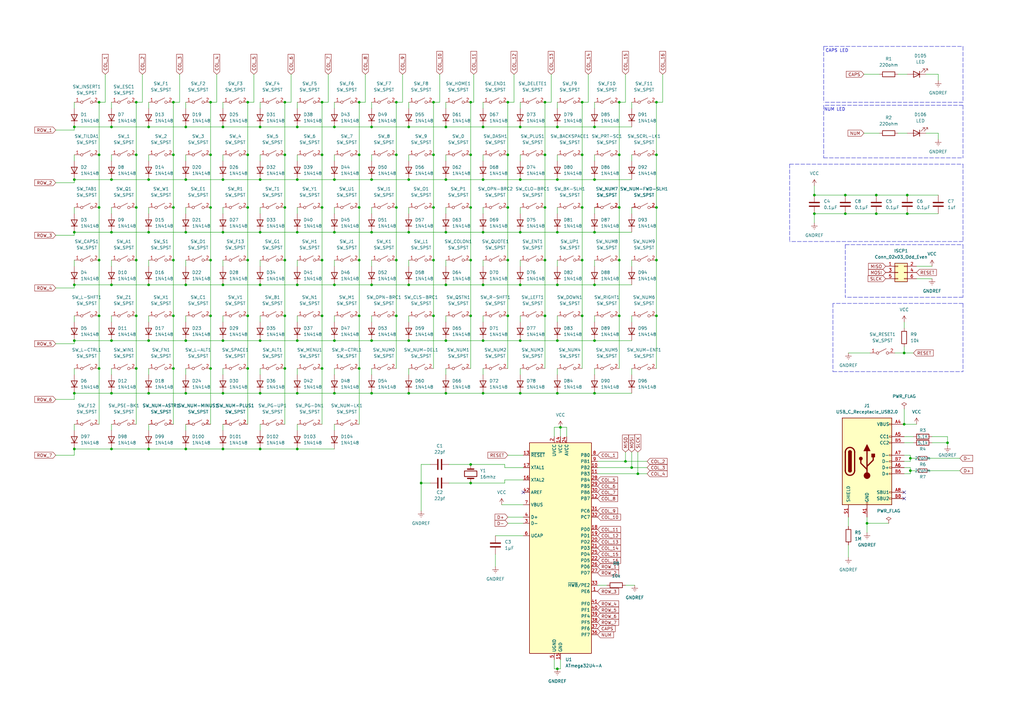
<source format=kicad_sch>
(kicad_sch (version 20211123) (generator eeschema)
  (paper "A3")
  (title_block (title "Keych & Chong v1") (rev "1") (company "Liam Gooch"))
  (junction (at 147.32 129.54))
  (junction (at 182.88 139.7))
  (junction (at 269.24 41.91))
  (junction (at 152.4 73.66))
  (junction (at 228.6 116.84))
  (junction (at 101.6 85.09))
  (junction (at 55.88 41.91))
  (junction (at 243.84 95.25))
  (junction (at 40.64 85.09))
  (junction (at 152.4 52.07))
  (junction (at 116.84 106.68))
  (junction (at 91.44 139.7))
  (junction (at 121.92 184.15))
  (junction (at 60.96 161.29))
  (junction (at 177.8 85.09))
  (junction (at 30.48 95.25))
  (junction (at 106.68 139.7))
  (junction (at 370.84 144.78))
  (junction (at 213.36 73.66))
  (junction (at 45.72 73.66))
  (junction (at 261.62 194.31))
  (junction (at 45.72 184.15))
  (junction (at 132.08 106.68))
  (junction (at 40.64 129.54))
  (junction (at 372.11 80.01))
  (junction (at 162.56 129.54))
  (junction (at 91.44 52.07))
  (junction (at 45.72 95.25))
  (junction (at 346.71 80.01))
  (junction (at 101.6 63.5))
  (junction (at 388.62 181.61))
  (junction (at 177.8 41.91))
  (junction (at 198.12 116.84))
  (junction (at 254 106.68))
  (junction (at 193.04 85.09))
  (junction (at 71.12 129.54))
  (junction (at 101.6 151.13))
  (junction (at 60.96 116.84))
  (junction (at 106.68 161.29))
  (junction (at 152.4 116.84))
  (junction (at 213.36 52.07))
  (junction (at 193.04 41.91))
  (junction (at 116.84 129.54))
  (junction (at 223.52 85.09))
  (junction (at 71.12 41.91))
  (junction (at 162.56 41.91))
  (junction (at 334.01 80.01))
  (junction (at 193.04 190.5))
  (junction (at 147.32 41.91))
  (junction (at 269.24 63.5))
  (junction (at 121.92 95.25))
  (junction (at 45.72 116.84))
  (junction (at 228.6 161.29))
  (junction (at 30.48 73.66))
  (junction (at 208.28 63.5))
  (junction (at 152.4 95.25))
  (junction (at 208.28 85.09))
  (junction (at 370.84 173.99))
  (junction (at 76.2 161.29))
  (junction (at 137.16 139.7))
  (junction (at 334.01 87.63))
  (junction (at 106.68 95.25))
  (junction (at 106.68 73.66))
  (junction (at 182.88 95.25))
  (junction (at 269.24 106.68))
  (junction (at 91.44 95.25))
  (junction (at 213.36 161.29))
  (junction (at 76.2 95.25))
  (junction (at 243.84 161.29))
  (junction (at 177.8 106.68))
  (junction (at 71.12 151.13))
  (junction (at 269.24 85.09))
  (junction (at 137.16 161.29))
  (junction (at 238.76 63.5))
  (junction (at 152.4 161.29))
  (junction (at 86.36 63.5))
  (junction (at 198.12 52.07))
  (junction (at 373.38 187.96))
  (junction (at 116.84 85.09))
  (junction (at 132.08 63.5))
  (junction (at 229.87 175.26))
  (junction (at 76.2 52.07))
  (junction (at 91.44 184.15))
  (junction (at 182.88 73.66))
  (junction (at 182.88 116.84))
  (junction (at 121.92 52.07))
  (junction (at 45.72 52.07))
  (junction (at 223.52 129.54))
  (junction (at 182.88 161.29))
  (junction (at 60.96 52.07))
  (junction (at 167.64 139.7))
  (junction (at 132.08 85.09))
  (junction (at 198.12 139.7))
  (junction (at 60.96 73.66))
  (junction (at 256.54 189.23))
  (junction (at 152.4 139.7))
  (junction (at 198.12 95.25))
  (junction (at 238.76 41.91))
  (junction (at 91.44 73.66))
  (junction (at 76.2 73.66))
  (junction (at 259.08 191.77))
  (junction (at 228.6 95.25))
  (junction (at 86.36 151.13))
  (junction (at 193.04 63.5))
  (junction (at 208.28 41.91))
  (junction (at 40.64 63.5))
  (junction (at 269.24 129.54))
  (junction (at 86.36 129.54))
  (junction (at 359.41 80.01))
  (junction (at 132.08 41.91))
  (junction (at 86.36 85.09))
  (junction (at 198.12 73.66))
  (junction (at 137.16 52.07))
  (junction (at 55.88 129.54))
  (junction (at 167.64 52.07))
  (junction (at 40.64 41.91))
  (junction (at 213.36 139.7))
  (junction (at 172.72 198.12))
  (junction (at 147.32 85.09))
  (junction (at 208.28 106.68))
  (junction (at 86.36 106.68))
  (junction (at 116.84 151.13))
  (junction (at 238.76 85.09))
  (junction (at 71.12 106.68))
  (junction (at 132.08 129.54))
  (junction (at 137.16 95.25))
  (junction (at 116.84 63.5))
  (junction (at 228.6 73.66))
  (junction (at 254 85.09))
  (junction (at 228.6 52.07))
  (junction (at 116.84 41.91))
  (junction (at 167.64 116.84))
  (junction (at 213.36 95.25))
  (junction (at 132.08 151.13))
  (junction (at 30.48 184.15))
  (junction (at 208.28 129.54))
  (junction (at 71.12 63.5))
  (junction (at 162.56 106.68))
  (junction (at 162.56 63.5))
  (junction (at 76.2 184.15))
  (junction (at 30.48 139.7))
  (junction (at 372.11 87.63))
  (junction (at 30.48 116.84))
  (junction (at 101.6 41.91))
  (junction (at 91.44 116.84))
  (junction (at 373.38 193.04))
  (junction (at 55.88 85.09))
  (junction (at 121.92 73.66))
  (junction (at 243.84 116.84))
  (junction (at 106.68 184.15))
  (junction (at 76.2 139.7))
  (junction (at 55.88 63.5))
  (junction (at 213.36 116.84))
  (junction (at 101.6 106.68))
  (junction (at 60.96 139.7))
  (junction (at 121.92 161.29))
  (junction (at 91.44 161.29))
  (junction (at 254 41.91))
  (junction (at 71.12 85.09))
  (junction (at 193.04 106.68))
  (junction (at 223.52 106.68))
  (junction (at 121.92 116.84))
  (junction (at 243.84 52.07))
  (junction (at 40.64 106.68))
  (junction (at 223.52 41.91))
  (junction (at 355.6 214.63))
  (junction (at 167.64 95.25))
  (junction (at 346.71 87.63))
  (junction (at 76.2 116.84))
  (junction (at 359.41 87.63))
  (junction (at 45.72 161.29))
  (junction (at 86.36 41.91))
  (junction (at 55.88 151.13))
  (junction (at 243.84 139.7))
  (junction (at 106.68 52.07))
  (junction (at 198.12 161.29))
  (junction (at 30.48 161.29))
  (junction (at 147.32 106.68))
  (junction (at 228.6 139.7))
  (junction (at 228.6 274.32))
  (junction (at 254 63.5))
  (junction (at 193.04 129.54))
  (junction (at 121.92 139.7))
  (junction (at 147.32 63.5))
  (junction (at 55.88 106.68))
  (junction (at 193.04 198.12))
  (junction (at 40.64 151.13))
  (junction (at 167.64 161.29))
  (junction (at 137.16 116.84))
  (junction (at 101.6 129.54))
  (junction (at 30.48 52.07))
  (junction (at 60.96 95.25))
  (junction (at 238.76 106.68))
  (junction (at 147.32 151.13))
  (junction (at 45.72 139.7))
  (junction (at 254 129.54))
  (junction (at 238.76 129.54))
  (junction (at 167.64 73.66))
  (junction (at 177.8 129.54))
  (junction (at 137.16 73.66))
  (junction (at 182.88 52.07))
  (junction (at 106.68 116.84))
  (junction (at 223.52 63.5))
  (junction (at 162.56 85.09))
  (junction (at 243.84 73.66))
  (junction (at 60.96 184.15))
  (junction (at 177.8 63.5))
  (no_connect (at 214.63 201.93))
  (no_connect (at 370.84 204.47))
  (no_connect (at 370.84 201.93))
  (wire (pts (xy 213.36 161.29) (xy 228.6 161.29)))
  (wire (pts (xy 73.66 41.91) (xy 71.12 41.91)))
  (wire (pts (xy 210.82 41.91) (xy 208.28 41.91)))
  (wire (pts (xy 228.6 116.84) (xy 243.84 116.84)))
  (wire (pts (xy 334.01 87.63) (xy 334.01 91.44)))
  (wire (pts (xy 198.12 41.91) (xy 198.12 44.45)))
  (wire (pts (xy 373.38 191.77) (xy 373.38 193.04)))
  (wire (pts (xy 346.71 80.01) (xy 359.41 80.01)))
  (wire (pts (xy 229.87 270.51) (xy 229.87 274.32)))
  (wire (pts (xy 116.84 106.68) (xy 116.84 129.54)))
  (wire (pts (xy 45.72 161.29) (xy 60.96 161.29)))
  (wire (pts (xy 137.16 106.68) (xy 137.16 109.22)))
  (wire (pts (xy 193.04 198.12) (xy 207.01 198.12)))
  (wire (pts (xy 210.82 30.48) (xy 210.82 41.91)))
  (wire (pts (xy 261.62 185.42) (xy 261.62 194.31)))
  (wire (pts (xy 182.88 95.25) (xy 198.12 95.25)))
  (wire (pts (xy 388.62 179.07) (xy 388.62 181.61)))
  (wire (pts (xy 203.2 227.33) (xy 203.2 232.41)))
  (wire (pts (xy 101.6 151.13) (xy 101.6 173.99)))
  (wire (pts (xy 121.92 129.54) (xy 121.92 132.08)))
  (wire (pts (xy 86.36 129.54) (xy 86.36 151.13)))
  (wire (pts (xy 167.64 63.5) (xy 167.64 66.04)))
  (wire (pts (xy 101.6 129.54) (xy 101.6 151.13)))
  (wire (pts (xy 152.4 73.66) (xy 167.64 73.66)))
  (wire (pts (xy 238.76 41.91) (xy 238.76 63.5)))
  (wire (pts (xy 132.08 106.68) (xy 132.08 129.54)))
  (wire (pts (xy 269.24 63.5) (xy 269.24 85.09)))
  (wire (pts (xy 106.68 161.29) (xy 121.92 161.29)))
  (polyline (pts (xy 323.85 67.31) (xy 323.85 99.06)))
  (wire (pts (xy 228.6 73.66) (xy 243.84 73.66)))
  (wire (pts (xy 226.06 30.48) (xy 226.06 41.91)))
  (wire (pts (xy 182.88 139.7) (xy 198.12 139.7)))
  (wire (pts (xy 71.12 151.13) (xy 71.12 173.99)))
  (wire (pts (xy 30.48 63.5) (xy 30.48 66.04)))
  (wire (pts (xy 76.2 63.5) (xy 76.2 66.04)))
  (wire (pts (xy 256.54 41.91) (xy 254 41.91)))
  (wire (pts (xy 137.16 73.66) (xy 152.4 73.66)))
  (wire (pts (xy 60.96 184.15) (xy 76.2 184.15)))
  (wire (pts (xy 132.08 63.5) (xy 132.08 85.09)))
  (wire (pts (xy 177.8 106.68) (xy 177.8 129.54)))
  (wire (pts (xy 76.2 52.07) (xy 91.44 52.07)))
  (wire (pts (xy 60.96 95.25) (xy 76.2 95.25)))
  (wire (pts (xy 86.36 106.68) (xy 86.36 129.54)))
  (wire (pts (xy 152.4 106.68) (xy 152.4 109.22)))
  (wire (pts (xy 30.48 85.09) (xy 30.48 87.63)))
  (wire (pts (xy 208.28 212.09) (xy 214.63 212.09)))
  (wire (pts (xy 355.6 212.09) (xy 355.6 214.63)))
  (wire (pts (xy 243.84 151.13) (xy 243.84 153.67)))
  (wire (pts (xy 91.44 63.5) (xy 91.44 66.04)))
  (wire (pts (xy 373.38 193.04) (xy 375.92 193.04)))
  (wire (pts (xy 381 193.04) (xy 393.7 193.04)))
  (wire (pts (xy 232.41 179.07) (xy 232.41 175.26)))
  (wire (pts (xy 30.48 116.84) (xy 45.72 116.84)))
  (wire (pts (xy 227.33 270.51) (xy 227.33 274.32)))
  (wire (pts (xy 147.32 41.91) (xy 147.32 63.5)))
  (wire (pts (xy 60.96 129.54) (xy 60.96 132.08)))
  (wire (pts (xy 106.68 63.5) (xy 106.68 66.04)))
  (wire (pts (xy 214.63 191.77) (xy 207.01 191.77)))
  (wire (pts (xy 373.38 194.31) (xy 370.84 194.31)))
  (wire (pts (xy 334.01 87.63) (xy 346.71 87.63)))
  (polyline (pts (xy 394.97 41.91) (xy 337.82 41.91)))
  (wire (pts (xy 45.72 139.7) (xy 60.96 139.7)))
  (wire (pts (xy 254 41.91) (xy 254 63.5)))
  (wire (pts (xy 91.44 139.7) (xy 106.68 139.7)))
  (wire (pts (xy 167.64 95.25) (xy 182.88 95.25)))
  (wire (pts (xy 137.16 52.07) (xy 152.4 52.07)))
  (wire (pts (xy 91.44 52.07) (xy 106.68 52.07)))
  (wire (pts (xy 261.62 194.31) (xy 265.43 194.31)))
  (wire (pts (xy 104.14 30.48) (xy 104.14 41.91)))
  (wire (pts (xy 207.01 196.85) (xy 207.01 198.12)))
  (wire (pts (xy 121.92 73.66) (xy 137.16 73.66)))
  (wire (pts (xy 370.84 173.99) (xy 375.92 173.99)))
  (wire (pts (xy 147.32 151.13) (xy 147.32 173.99)))
  (wire (pts (xy 165.1 41.91) (xy 162.56 41.91)))
  (wire (pts (xy 132.08 151.13) (xy 132.08 173.99)))
  (wire (pts (xy 152.4 52.07) (xy 167.64 52.07)))
  (wire (pts (xy 76.2 151.13) (xy 76.2 153.67)))
  (wire (pts (xy 259.08 41.91) (xy 259.08 44.45)))
  (wire (pts (xy 228.6 129.54) (xy 228.6 132.08)))
  (wire (pts (xy 177.8 63.5) (xy 177.8 85.09)))
  (wire (pts (xy 198.12 73.66) (xy 213.36 73.66)))
  (wire (pts (xy 367.03 144.78) (xy 370.84 144.78)))
  (wire (pts (xy 147.32 129.54) (xy 147.32 151.13)))
  (wire (pts (xy 359.41 87.63) (xy 372.11 87.63)))
  (wire (pts (xy 137.16 139.7) (xy 152.4 139.7)))
  (wire (pts (xy 60.96 106.68) (xy 60.96 109.22)))
  (wire (pts (xy 30.48 73.66) (xy 45.72 73.66)))
  (wire (pts (xy 232.41 175.26) (xy 229.87 175.26)))
  (polyline (pts (xy 337.82 19.05) (xy 337.82 41.91)))
  (wire (pts (xy 368.3 30.48) (xy 372.11 30.48)))
  (wire (pts (xy 22.86 186.69) (xy 30.48 186.69)))
  (wire (pts (xy 198.12 129.54) (xy 198.12 132.08)))
  (wire (pts (xy 76.2 173.99) (xy 76.2 176.53)))
  (wire (pts (xy 176.53 198.12) (xy 172.72 198.12)))
  (wire (pts (xy 147.32 106.68) (xy 147.32 129.54)))
  (wire (pts (xy 243.84 41.91) (xy 243.84 44.45)))
  (wire (pts (xy 134.62 41.91) (xy 132.08 41.91)))
  (wire (pts (xy 193.04 85.09) (xy 193.04 106.68)))
  (wire (pts (xy 106.68 173.99) (xy 106.68 176.53)))
  (wire (pts (xy 121.92 63.5) (xy 121.92 66.04)))
  (wire (pts (xy 213.36 41.91) (xy 213.36 44.45)))
  (wire (pts (xy 121.92 173.99) (xy 121.92 176.53)))
  (wire (pts (xy 121.92 151.13) (xy 121.92 153.67)))
  (wire (pts (xy 354.33 54.61) (xy 360.68 54.61)))
  (wire (pts (xy 182.88 161.29) (xy 198.12 161.29)))
  (wire (pts (xy 259.08 151.13) (xy 259.08 153.67)))
  (wire (pts (xy 256.54 189.23) (xy 265.43 189.23)))
  (wire (pts (xy 213.36 73.66) (xy 228.6 73.66)))
  (wire (pts (xy 208.28 106.68) (xy 208.28 129.54)))
  (wire (pts (xy 76.2 106.68) (xy 76.2 109.22)))
  (wire (pts (xy 198.12 63.5) (xy 198.12 66.04)))
  (wire (pts (xy 256.54 240.03) (xy 260.35 240.03)))
  (wire (pts (xy 137.16 116.84) (xy 152.4 116.84)))
  (wire (pts (xy 228.6 151.13) (xy 228.6 153.67)))
  (wire (pts (xy 152.4 151.13) (xy 152.4 153.67)))
  (wire (pts (xy 121.92 116.84) (xy 137.16 116.84)))
  (wire (pts (xy 245.11 191.77) (xy 259.08 191.77)))
  (wire (pts (xy 245.11 194.31) (xy 261.62 194.31)))
  (wire (pts (xy 172.72 190.5) (xy 172.72 198.12)))
  (wire (pts (xy 382.27 179.07) (xy 388.62 179.07)))
  (wire (pts (xy 347.98 212.09) (xy 347.98 215.9)))
  (wire (pts (xy 379.73 54.61) (xy 384.81 54.61)))
  (wire (pts (xy 205.74 207.01) (xy 214.63 207.01)))
  (wire (pts (xy 172.72 198.12) (xy 172.72 209.55)))
  (wire (pts (xy 372.11 80.01) (xy 384.81 80.01)))
  (polyline (pts (xy 394.97 99.06) (xy 323.85 99.06)))
  (wire (pts (xy 182.88 129.54) (xy 182.88 132.08)))
  (wire (pts (xy 149.86 41.91) (xy 147.32 41.91)))
  (wire (pts (xy 60.96 73.66) (xy 76.2 73.66)))
  (wire (pts (xy 116.84 63.5) (xy 116.84 85.09)))
  (wire (pts (xy 167.64 161.29) (xy 182.88 161.29)))
  (wire (pts (xy 45.72 151.13) (xy 45.72 153.67)))
  (wire (pts (xy 30.48 184.15) (xy 30.48 186.69)))
  (wire (pts (xy 71.12 129.54) (xy 71.12 151.13)))
  (wire (pts (xy 259.08 129.54) (xy 259.08 132.08)))
  (wire (pts (xy 368.3 54.61) (xy 372.11 54.61)))
  (wire (pts (xy 104.14 41.91) (xy 101.6 41.91)))
  (wire (pts (xy 106.68 95.25) (xy 121.92 95.25)))
  (wire (pts (xy 55.88 85.09) (xy 55.88 106.68)))
  (wire (pts (xy 208.28 214.63) (xy 214.63 214.63)))
  (wire (pts (xy 370.84 142.24) (xy 370.84 144.78)))
  (wire (pts (xy 198.12 161.29) (xy 213.36 161.29)))
  (wire (pts (xy 91.44 161.29) (xy 106.68 161.29)))
  (wire (pts (xy 167.64 106.68) (xy 167.64 109.22)))
  (wire (pts (xy 91.44 85.09) (xy 91.44 87.63)))
  (wire (pts (xy 22.86 163.83) (xy 30.48 163.83)))
  (wire (pts (xy 182.88 63.5) (xy 182.88 66.04)))
  (wire (pts (xy 355.6 214.63) (xy 355.6 218.44)))
  (wire (pts (xy 40.64 63.5) (xy 40.64 85.09)))
  (wire (pts (xy 370.84 191.77) (xy 373.38 191.77)))
  (wire (pts (xy 379.73 30.48) (xy 384.81 30.48)))
  (wire (pts (xy 137.16 95.25) (xy 152.4 95.25)))
  (polyline (pts (xy 394.97 19.05) (xy 394.97 41.91)))
  (wire (pts (xy 30.48 95.25) (xy 45.72 95.25)))
  (wire (pts (xy 40.64 106.68) (xy 40.64 129.54)))
  (wire (pts (xy 213.36 151.13) (xy 213.36 153.67)))
  (wire (pts (xy 43.18 30.48) (xy 43.18 41.91)))
  (wire (pts (xy 243.84 95.25) (xy 259.08 95.25)))
  (wire (pts (xy 229.87 175.26) (xy 229.87 179.07)))
  (wire (pts (xy 243.84 139.7) (xy 259.08 139.7)))
  (wire (pts (xy 198.12 139.7) (xy 213.36 139.7)))
  (wire (pts (xy 254 85.09) (xy 254 106.68)))
  (wire (pts (xy 198.12 95.25) (xy 213.36 95.25)))
  (wire (pts (xy 182.88 41.91) (xy 182.88 44.45)))
  (wire (pts (xy 193.04 41.91) (xy 193.04 63.5)))
  (wire (pts (xy 106.68 52.07) (xy 121.92 52.07)))
  (wire (pts (xy 213.36 139.7) (xy 228.6 139.7)))
  (wire (pts (xy 355.6 214.63) (xy 364.49 214.63)))
  (wire (pts (xy 22.86 74.93) (xy 30.48 74.93)))
  (wire (pts (xy 228.6 95.25) (xy 243.84 95.25)))
  (wire (pts (xy 119.38 30.48) (xy 119.38 41.91)))
  (wire (pts (xy 152.4 41.91) (xy 152.4 44.45)))
  (wire (pts (xy 132.08 129.54) (xy 132.08 151.13)))
  (wire (pts (xy 22.86 96.52) (xy 30.48 96.52)))
  (wire (pts (xy 167.64 139.7) (xy 182.88 139.7)))
  (wire (pts (xy 227.33 175.26) (xy 229.87 175.26)))
  (wire (pts (xy 359.41 80.01) (xy 372.11 80.01)))
  (wire (pts (xy 76.2 116.84) (xy 91.44 116.84)))
  (wire (pts (xy 116.84 41.91) (xy 116.84 63.5)))
  (wire (pts (xy 101.6 41.91) (xy 101.6 63.5)))
  (wire (pts (xy 223.52 85.09) (xy 223.52 106.68)))
  (wire (pts (xy 149.86 30.48) (xy 149.86 41.91)))
  (wire (pts (xy 121.92 41.91) (xy 121.92 44.45)))
  (wire (pts (xy 30.48 140.97) (xy 30.48 139.7)))
  (wire (pts (xy 243.84 85.09) (xy 243.84 87.63)))
  (wire (pts (xy 269.24 106.68) (xy 269.24 129.54)))
  (wire (pts (xy 269.24 129.54) (xy 269.24 151.13)))
  (wire (pts (xy 71.12 41.91) (xy 71.12 63.5)))
  (wire (pts (xy 60.96 41.91) (xy 60.96 44.45)))
  (wire (pts (xy 228.6 41.91) (xy 228.6 44.45)))
  (wire (pts (xy 241.3 41.91) (xy 238.76 41.91)))
  (wire (pts (xy 71.12 85.09) (xy 71.12 106.68)))
  (wire (pts (xy 30.48 106.68) (xy 30.48 109.22)))
  (wire (pts (xy 116.84 129.54) (xy 116.84 151.13)))
  (wire (pts (xy 243.84 73.66) (xy 259.08 73.66)))
  (wire (pts (xy 30.48 74.93) (xy 30.48 73.66)))
  (wire (pts (xy 271.78 30.48) (xy 271.78 41.91)))
  (wire (pts (xy 238.76 106.68) (xy 238.76 129.54)))
  (wire (pts (xy 45.72 173.99) (xy 45.72 176.53)))
  (wire (pts (xy 30.48 118.11) (xy 30.48 116.84)))
  (wire (pts (xy 121.92 106.68) (xy 121.92 109.22)))
  (wire (pts (xy 45.72 95.25) (xy 60.96 95.25)))
  (wire (pts (xy 370.84 144.78) (xy 374.65 144.78)))
  (wire (pts (xy 119.38 41.91) (xy 116.84 41.91)))
  (wire (pts (xy 384.81 57.15) (xy 384.81 54.61)))
  (wire (pts (xy 214.63 196.85) (xy 207.01 196.85)))
  (wire (pts (xy 91.44 184.15) (xy 106.68 184.15)))
  (wire (pts (xy 55.88 106.68) (xy 55.88 129.54)))
  (wire (pts (xy 88.9 41.91) (xy 86.36 41.91)))
  (wire (pts (xy 55.88 41.91) (xy 55.88 63.5)))
  (wire (pts (xy 259.08 185.42) (xy 259.08 191.77)))
  (wire (pts (xy 45.72 52.07) (xy 60.96 52.07)))
  (wire (pts (xy 121.92 85.09) (xy 121.92 87.63)))
  (wire (pts (xy 45.72 129.54) (xy 45.72 132.08)))
  (wire (pts (xy 259.08 106.68) (xy 259.08 109.22)))
  (wire (pts (xy 30.48 173.99) (xy 30.48 176.53)))
  (wire (pts (xy 223.52 129.54) (xy 223.52 151.13)))
  (wire (pts (xy 194.31 30.48) (xy 194.31 41.91)))
  (wire (pts (xy 152.4 129.54) (xy 152.4 132.08)))
  (wire (pts (xy 45.72 106.68) (xy 45.72 109.22)))
  (wire (pts (xy 22.86 118.11) (xy 30.48 118.11)))
  (wire (pts (xy 91.44 173.99) (xy 91.44 176.53)))
  (wire (pts (xy 269.24 85.09) (xy 269.24 106.68)))
  (polyline (pts (xy 346.71 100.33) (xy 394.97 100.33)))
  (wire (pts (xy 40.64 129.54) (xy 40.64 151.13)))
  (wire (pts (xy 86.36 151.13) (xy 86.36 173.99)))
  (wire (pts (xy 106.68 184.15) (xy 121.92 184.15)))
  (wire (pts (xy 45.72 63.5) (xy 45.72 66.04)))
  (wire (pts (xy 76.2 129.54) (xy 76.2 132.08)))
  (wire (pts (xy 76.2 41.91) (xy 76.2 44.45)))
  (wire (pts (xy 180.34 30.48) (xy 180.34 41.91)))
  (wire (pts (xy 71.12 63.5) (xy 71.12 85.09)))
  (wire (pts (xy 198.12 116.84) (xy 213.36 116.84)))
  (wire (pts (xy 137.16 85.09) (xy 137.16 87.63)))
  (wire (pts (xy 208.28 41.91) (xy 208.28 63.5)))
  (polyline (pts (xy 394.97 67.31) (xy 394.97 99.06)))
  (wire (pts (xy 121.92 95.25) (xy 137.16 95.25)))
  (wire (pts (xy 60.96 151.13) (xy 60.96 153.67)))
  (wire (pts (xy 137.16 151.13) (xy 137.16 153.67)))
  (wire (pts (xy 228.6 52.07) (xy 243.84 52.07)))
  (wire (pts (xy 334.01 80.01) (xy 346.71 80.01)))
  (wire (pts (xy 86.36 63.5) (xy 86.36 85.09)))
  (wire (pts (xy 152.4 95.25) (xy 167.64 95.25)))
  (wire (pts (xy 43.18 41.91) (xy 40.64 41.91)))
  (wire (pts (xy 182.88 85.09) (xy 182.88 87.63)))
  (wire (pts (xy 137.16 41.91) (xy 137.16 44.45)))
  (wire (pts (xy 193.04 129.54) (xy 193.04 151.13)))
  (wire (pts (xy 76.2 95.25) (xy 91.44 95.25)))
  (wire (pts (xy 60.96 139.7) (xy 76.2 139.7)))
  (wire (pts (xy 86.36 41.91) (xy 86.36 63.5)))
  (wire (pts (xy 213.36 63.5) (xy 213.36 66.04)))
  (wire (pts (xy 241.3 30.48) (xy 241.3 41.91)))
  (wire (pts (xy 238.76 129.54) (xy 238.76 151.13)))
  (wire (pts (xy 60.96 116.84) (xy 76.2 116.84)))
  (wire (pts (xy 30.48 129.54) (xy 30.48 132.08)))
  (wire (pts (xy 198.12 151.13) (xy 198.12 153.67)))
  (wire (pts (xy 167.64 116.84) (xy 182.88 116.84)))
  (polyline (pts (xy 337.82 43.18) (xy 337.82 64.77)))
  (wire (pts (xy 193.04 106.68) (xy 193.04 129.54)))
  (wire (pts (xy 254 63.5) (xy 254 85.09)))
  (wire (pts (xy 30.48 139.7) (xy 45.72 139.7)))
  (wire (pts (xy 152.4 161.29) (xy 167.64 161.29)))
  (wire (pts (xy 137.16 63.5) (xy 137.16 66.04)))
  (polyline (pts (xy 323.85 67.31) (xy 394.97 67.31)))
  (wire (pts (xy 73.66 30.48) (xy 73.66 41.91)))
  (wire (pts (xy 132.08 85.09) (xy 132.08 106.68)))
  (wire (pts (xy 106.68 73.66) (xy 121.92 73.66)))
  (wire (pts (xy 256.54 30.48) (xy 256.54 41.91)))
  (wire (pts (xy 226.06 41.91) (xy 223.52 41.91)))
  (wire (pts (xy 208.28 186.69) (xy 214.63 186.69)))
  (wire (pts (xy 228.6 85.09) (xy 228.6 87.63)))
  (wire (pts (xy 91.44 106.68) (xy 91.44 109.22)))
  (wire (pts (xy 162.56 129.54) (xy 162.56 151.13)))
  (wire (pts (xy 147.32 63.5) (xy 147.32 85.09)))
  (wire (pts (xy 147.32 85.09) (xy 147.32 106.68)))
  (wire (pts (xy 176.53 190.5) (xy 172.72 190.5)))
  (wire (pts (xy 243.84 161.29) (xy 259.08 161.29)))
  (wire (pts (xy 91.44 151.13) (xy 91.44 153.67)))
  (wire (pts (xy 30.48 151.13) (xy 30.48 153.67)))
  (wire (pts (xy 88.9 30.48) (xy 88.9 41.91)))
  (wire (pts (xy 60.96 161.29) (xy 76.2 161.29)))
  (wire (pts (xy 245.11 240.03) (xy 248.92 240.03)))
  (wire (pts (xy 121.92 184.15) (xy 137.16 184.15)))
  (wire (pts (xy 106.68 106.68) (xy 106.68 109.22)))
  (wire (pts (xy 134.62 30.48) (xy 134.62 41.91)))
  (wire (pts (xy 269.24 41.91) (xy 269.24 63.5)))
  (wire (pts (xy 259.08 85.09) (xy 259.08 87.63)))
  (wire (pts (xy 30.48 41.91) (xy 30.48 44.45)))
  (wire (pts (xy 167.64 129.54) (xy 167.64 132.08)))
  (wire (pts (xy 76.2 139.7) (xy 91.44 139.7)))
  (wire (pts (xy 208.28 85.09) (xy 208.28 106.68)))
  (wire (pts (xy 152.4 116.84) (xy 167.64 116.84)))
  (wire (pts (xy 370.84 186.69) (xy 373.38 186.69)))
  (wire (pts (xy 223.52 106.68) (xy 223.52 129.54)))
  (wire (pts (xy 132.08 41.91) (xy 132.08 63.5)))
  (wire (pts (xy 223.52 63.5) (xy 223.52 85.09)))
  (wire (pts (xy 106.68 116.84) (xy 121.92 116.84)))
  (wire (pts (xy 152.4 63.5) (xy 152.4 66.04)))
  (wire (pts (xy 372.11 87.63) (xy 384.81 87.63)))
  (polyline (pts (xy 394.97 43.18) (xy 394.97 64.77)))
  (wire (pts (xy 162.56 85.09) (xy 162.56 106.68)))
  (wire (pts (xy 106.68 41.91) (xy 106.68 44.45)))
  (wire (pts (xy 116.84 151.13) (xy 116.84 173.99)))
  (wire (pts (xy 45.72 184.15) (xy 60.96 184.15)))
  (polyline (pts (xy 394.97 124.46) (xy 394.97 152.4)))
  (wire (pts (xy 91.44 41.91) (xy 91.44 44.45)))
  (wire (pts (xy 76.2 73.66) (xy 91.44 73.66)))
  (polyline (pts (xy 337.82 19.05) (xy 394.97 19.05)))
  (wire (pts (xy 55.88 63.5) (xy 55.88 85.09)))
  (wire (pts (xy 182.88 52.07) (xy 198.12 52.07)))
  (wire (pts (xy 137.16 161.29) (xy 152.4 161.29)))
  (wire (pts (xy 227.33 179.07) (xy 227.33 175.26)))
  (wire (pts (xy 177.8 129.54) (xy 177.8 151.13)))
  (wire (pts (xy 30.48 184.15) (xy 45.72 184.15)))
  (wire (pts (xy 152.4 85.09) (xy 152.4 87.63)))
  (wire (pts (xy 370.84 167.64) (xy 370.84 173.99)))
  (polyline (pts (xy 394.97 100.33) (xy 394.97 121.92)))
  (wire (pts (xy 228.6 139.7) (xy 243.84 139.7)))
  (wire (pts (xy 370.84 181.61) (xy 374.65 181.61)))
  (wire (pts (xy 223.52 41.91) (xy 223.52 63.5)))
  (wire (pts (xy 194.31 41.91) (xy 193.04 41.91)))
  (wire (pts (xy 213.36 106.68) (xy 213.36 109.22)))
  (wire (pts (xy 167.64 41.91) (xy 167.64 44.45)))
  (wire (pts (xy 347.98 144.78) (xy 356.87 144.78)))
  (wire (pts (xy 76.2 161.29) (xy 91.44 161.29)))
  (polyline (pts (xy 394.97 124.46) (xy 341.63 124.46)))
  (wire (pts (xy 203.2 219.71) (xy 214.63 219.71)))
  (wire (pts (xy 165.1 30.48) (xy 165.1 41.91)))
  (wire (pts (xy 177.8 85.09) (xy 177.8 106.68)))
  (wire (pts (xy 334.01 76.2) (xy 334.01 80.01)))
  (wire (pts (xy 193.04 63.5) (xy 193.04 85.09)))
  (wire (pts (xy 238.76 85.09) (xy 238.76 106.68)))
  (wire (pts (xy 375.92 109.22) (xy 382.27 109.22)))
  (wire (pts (xy 245.11 189.23) (xy 256.54 189.23)))
  (wire (pts (xy 198.12 85.09) (xy 198.12 87.63)))
  (wire (pts (xy 101.6 63.5) (xy 101.6 85.09)))
  (wire (pts (xy 229.87 274.32) (xy 228.6 274.32)))
  (wire (pts (xy 228.6 106.68) (xy 228.6 109.22)))
  (polyline (pts (xy 394.97 121.92) (xy 346.71 121.92)))
  (wire (pts (xy 30.48 163.83) (xy 30.48 161.29)))
  (wire (pts (xy 162.56 41.91) (xy 162.56 63.5)))
  (wire (pts (xy 382.27 181.61) (xy 388.62 181.61)))
  (wire (pts (xy 228.6 161.29) (xy 243.84 161.29)))
  (wire (pts (xy 208.28 129.54) (xy 208.28 151.13)))
  (wire (pts (xy 101.6 85.09) (xy 101.6 106.68)))
  (wire (pts (xy 213.36 85.09) (xy 213.36 87.63)))
  (wire (pts (xy 30.48 96.52) (xy 30.48 95.25)))
  (wire (pts (xy 213.36 95.25) (xy 228.6 95.25)))
  (wire (pts (xy 375.92 114.3) (xy 382.27 114.3)))
  (wire (pts (xy 106.68 85.09) (xy 106.68 87.63)))
  (wire (pts (xy 30.48 161.29) (xy 45.72 161.29)))
  (wire (pts (xy 182.88 106.68) (xy 182.88 109.22)))
  (wire (pts (xy 182.88 73.66) (xy 198.12 73.66)))
  (wire (pts (xy 116.84 85.09) (xy 116.84 106.68)))
  (wire (pts (xy 40.64 151.13) (xy 40.64 173.99)))
  (wire (pts (xy 101.6 106.68) (xy 101.6 129.54)))
  (wire (pts (xy 40.64 85.09) (xy 40.64 106.68)))
  (wire (pts (xy 30.48 53.34) (xy 22.86 53.34)))
  (wire (pts (xy 121.92 139.7) (xy 137.16 139.7)))
  (wire (pts (xy 45.72 73.66) (xy 60.96 73.66)))
  (wire (pts (xy 40.64 41.91) (xy 40.64 63.5)))
  (wire (pts (xy 228.6 63.5) (xy 228.6 66.04)))
  (wire (pts (xy 71.12 106.68) (xy 71.12 129.54)))
  (wire (pts (xy 354.33 30.48) (xy 360.68 30.48)))
  (wire (pts (xy 254 129.54) (xy 254 151.13)))
  (wire (pts (xy 373.38 189.23) (xy 370.84 189.23)))
  (wire (pts (xy 256.54 185.42) (xy 256.54 189.23)))
  (wire (pts (xy 91.44 129.54) (xy 91.44 132.08)))
  (wire (pts (xy 182.88 116.84) (xy 198.12 116.84)))
  (wire (pts (xy 86.36 85.09) (xy 86.36 106.68)))
  (wire (pts (xy 152.4 139.7) (xy 167.64 139.7)))
  (wire (pts (xy 106.68 129.54) (xy 106.68 132.08)))
  (polyline (pts (xy 346.71 100.33) (xy 346.71 121.92)))
  (wire (pts (xy 243.84 52.07) (xy 259.08 52.07)))
  (wire (pts (xy 106.68 151.13) (xy 106.68 153.67)))
  (wire (pts (xy 58.42 41.91) (xy 55.88 41.91)))
  (wire (pts (xy 388.62 181.61) (xy 388.62 182.88)))
  (wire (pts (xy 55.88 129.54) (xy 55.88 151.13)))
  (wire (pts (xy 213.36 52.07) (xy 228.6 52.07)))
  (wire (pts (xy 30.48 52.07) (xy 30.48 53.34)))
  (wire (pts (xy 346.71 87.63) (xy 359.41 87.63)))
  (wire (pts (xy 121.92 161.29) (xy 137.16 161.29)))
  (wire (pts (xy 45.72 41.91) (xy 45.72 44.45)))
  (wire (pts (xy 60.96 173.99) (xy 60.96 176.53)))
  (wire (pts (xy 259.08 191.77) (xy 265.43 191.77)))
  (wire (pts (xy 373.38 193.04) (xy 373.38 194.31)))
  (wire (pts (xy 370.84 132.08) (xy 370.84 134.62)))
  (wire (pts (xy 213.36 116.84) (xy 228.6 116.84)))
  (wire (pts (xy 207.01 191.77) (xy 207.01 190.5)))
  (wire (pts (xy 182.88 151.13) (xy 182.88 153.67)))
  (polyline (pts (xy 394.97 43.18) (xy 337.82 43.18)))
  (wire (pts (xy 60.96 85.09) (xy 60.96 87.63)))
  (wire (pts (xy 243.84 116.84) (xy 259.08 116.84)))
  (wire (pts (xy 167.64 52.07) (xy 182.88 52.07)))
  (wire (pts (xy 137.16 173.99) (xy 137.16 176.53)))
  (wire (pts (xy 180.34 41.91) (xy 177.8 41.91)))
  (wire (pts (xy 207.01 190.5) (xy 193.04 190.5)))
  (wire (pts (xy 381 187.96) (xy 393.7 187.96)))
  (polyline (pts (xy 341.63 124.46) (xy 341.63 152.4)))
  (polyline (pts (xy 337.82 64.77) (xy 394.97 64.77)))
  (wire (pts (xy 22.86 140.97) (xy 30.48 140.97)))
  (wire (pts (xy 55.88 151.13) (xy 55.88 173.99)))
  (wire (pts (xy 30.48 52.07) (xy 45.72 52.07)))
  (wire (pts (xy 121.92 52.07) (xy 137.16 52.07)))
  (wire (pts (xy 243.84 129.54) (xy 243.84 132.08)))
  (wire (pts (xy 76.2 184.15) (xy 91.44 184.15)))
  (wire (pts (xy 91.44 95.25) (xy 106.68 95.25)))
  (wire (pts (xy 45.72 85.09) (xy 45.72 87.63)))
  (wire (pts (xy 238.76 63.5) (xy 238.76 85.09)))
  (wire (pts (xy 76.2 85.09) (xy 76.2 87.63)))
  (wire (pts (xy 271.78 41.91) (xy 269.24 41.91)))
  (wire (pts (xy 167.64 85.09) (xy 167.64 87.63)))
  (wire (pts (xy 373.38 187.96) (xy 375.92 187.96)))
  (wire (pts (xy 177.8 41.91) (xy 177.8 63.5)))
  (wire (pts (xy 58.42 30.48) (xy 58.42 41.91)))
  (wire (pts (xy 167.64 73.66) (xy 182.88 73.66)))
  (wire (pts (xy 254 106.68) (xy 254 129.54)))
  (wire (pts (xy 243.84 63.5) (xy 243.84 66.04)))
  (wire (pts (xy 45.72 116.84) (xy 60.96 116.84)))
  (wire (pts (xy 184.15 198.12) (xy 193.04 198.12)))
  (wire (pts (xy 213.36 129.54) (xy 213.36 132.08)))
  (wire (pts (xy 106.68 139.7) (xy 121.92 139.7)))
  (wire (pts (xy 167.64 151.13) (xy 167.64 153.67)))
  (wire (pts (xy 370.84 179.07) (xy 374.65 179.07)))
  (wire (pts (xy 91.44 73.66) (xy 106.68 73.66)))
  (wire (pts (xy 91.44 116.84) (xy 106.68 116.84)))
  (wire (pts (xy 184.15 190.5) (xy 193.04 190.5)))
  (wire (pts (xy 137.16 129.54) (xy 137.16 132.08)))
  (wire (pts (xy 208.28 63.5) (xy 208.28 85.09)))
  (wire (pts (xy 373.38 187.96) (xy 373.38 189.23)))
  (wire (pts (xy 162.56 63.5) (xy 162.56 85.09)))
  (wire (pts (xy 384.81 33.02) (xy 384.81 30.48)))
  (wire (pts (xy 347.98 223.52) (xy 347.98 228.6)))
  (polyline (pts (xy 341.63 152.4) (xy 394.97 152.4)))
  (wire (pts (xy 227.33 274.32) (xy 228.6 274.32)))
  (wire (pts (xy 162.56 106.68) (xy 162.56 129.54)))
  (wire (pts (xy 259.08 63.5) (xy 259.08 66.04)))
  (wire (pts (xy 198.12 106.68) (xy 198.12 109.22)))
  (wire (pts (xy 243.84 106.68) (xy 243.84 109.22)))
  (wire (pts (xy 198.12 52.07) (xy 213.36 52.07)))
  (wire (pts (xy 60.96 63.5) (xy 60.96 66.04)))
  (wire (pts (xy 60.96 52.07) (xy 76.2 52.07)))
  (wire (pts (xy 373.38 186.69) (xy 373.38 187.96)))
  (text "NUM LED" (at 346.71 45.72 180) (effects (font (size 1.27 1.27)) (justify right bottom)))
  (text "CAPS LED" (at 347.98 21.59 180) (effects (font (size 1.27 1.27)) (justify right bottom)))
  (global_label "COL_13" (shape input) (at 245.11 222.25 0) (property "Intersheet References" "${INTERSHEET_REFS}" (effects hide)))
  (global_label "ROW_1" (shape input) (at 22.86 53.34 180) (property "Intersheet References" "${INTERSHEET_REFS}" (effects hide)))
  (global_label "MISO" (shape input) (at 256.54 185.42 90) (property "Intersheet References" "${INTERSHEET_REFS}" (effects hide)))
  (global_label "RESET" (shape input) (at 374.65 144.78 0) (property "Intersheet References" "${INTERSHEET_REFS}" (effects hide)))
  (global_label "ROW_3" (shape input) (at 245.11 242.57 0) (property "Intersheet References" "${INTERSHEET_REFS}" (effects hide)))
  (global_label "RESET" (shape input) (at 375.92 111.76 0) (property "Intersheet References" "${INTERSHEET_REFS}" (effects hide)))
  (global_label "ROW_5" (shape input) (at 22.86 140.97 180) (property "Intersheet References" "${INTERSHEET_REFS}" (effects hide)))
  (global_label "COL_4" (shape input) (at 265.43 194.31 0) (property "Intersheet References" "${INTERSHEET_REFS}" (effects hide)))
  (global_label "COL_15" (shape input) (at 256.54 30.48 90) (property "Intersheet References" "${INTERSHEET_REFS}" (effects hide)))
  (global_label "COL_8" (shape input) (at 149.86 30.48 90) (property "Intersheet References" "${INTERSHEET_REFS}" (effects hide)))
  (global_label "COL_9" (shape input) (at 245.11 209.55 0) (property "Intersheet References" "${INTERSHEET_REFS}" (effects hide)))
  (global_label "CAPS" (shape input) (at 245.11 257.81 0) (property "Intersheet References" "${INTERSHEET_REFS}" (effects hide)))
  (global_label "COL_11" (shape input) (at 245.11 217.17 0) (property "Intersheet References" "${INTERSHEET_REFS}" (effects hide)))
  (global_label "ROW_3" (shape input) (at 22.86 96.52 180) (property "Intersheet References" "${INTERSHEET_REFS}" (effects hide)))
  (global_label "ROW_4" (shape input) (at 22.86 118.11 180) (property "Intersheet References" "${INTERSHEET_REFS}" (effects hide)))
  (global_label "COL_12" (shape input) (at 245.11 219.71 0) (property "Intersheet References" "${INTERSHEET_REFS}" (effects hide)))
  (global_label "ROW_2" (shape input) (at 245.11 234.95 0) (property "Intersheet References" "${INTERSHEET_REFS}" (effects hide)))
  (global_label "COL_3" (shape input) (at 73.66 30.48 90) (property "Intersheet References" "${INTERSHEET_REFS}" (effects hide)))
  (global_label "NUM" (shape input) (at 245.11 260.35 0) (property "Intersheet References" "${INTERSHEET_REFS}" (effects hide)))
  (global_label "ROW_6" (shape input) (at 245.11 252.73 0) (property "Intersheet References" "${INTERSHEET_REFS}" (effects hide)))
  (global_label "D+" (shape input) (at 208.28 212.09 180) (property "Intersheet References" "${INTERSHEET_REFS}" (effects hide)))
  (global_label "ROW_2" (shape input) (at 22.86 74.93 180) (property "Intersheet References" "${INTERSHEET_REFS}" (effects hide)))
  (global_label "COL_11" (shape input) (at 194.31 30.48 90) (property "Intersheet References" "${INTERSHEET_REFS}" (effects hide)))
  (global_label "SLCK" (shape input) (at 261.62 185.42 90) (property "Intersheet References" "${INTERSHEET_REFS}" (effects hide)))
  (global_label "COL_9" (shape input) (at 165.1 30.48 90) (property "Intersheet References" "${INTERSHEET_REFS}" (effects hide)))
  (global_label "ROW_7" (shape input) (at 245.11 255.27 0) (property "Intersheet References" "${INTERSHEET_REFS}" (effects hide)))
  (global_label "COL_10" (shape input) (at 180.34 30.48 90) (property "Intersheet References" "${INTERSHEET_REFS}" (effects hide)))
  (global_label "NUM" (shape input) (at 354.33 54.61 180) (property "Intersheet References" "${INTERSHEET_REFS}" (effects hide)))
  (global_label "ROW_5" (shape input) (at 245.11 250.19 0) (property "Intersheet References" "${INTERSHEET_REFS}" (effects hide)))
  (global_label "COL_4" (shape input) (at 88.9 30.48 90) (property "Intersheet References" "${INTERSHEET_REFS}" (effects hide)))
  (global_label "COL_6" (shape input) (at 119.38 30.48 90) (property "Intersheet References" "${INTERSHEET_REFS}" (effects hide)))
  (global_label "COL_10" (shape input) (at 245.11 212.09 0) (property "Intersheet References" "${INTERSHEET_REFS}" (effects hide)))
  (global_label "COL_5" (shape input) (at 104.14 30.48 90) (property "Intersheet References" "${INTERSHEET_REFS}" (effects hide)))
  (global_label "COL_16" (shape input) (at 271.78 30.48 90) (property "Intersheet References" "${INTERSHEET_REFS}" (effects hide)))
  (global_label "COL_7" (shape input) (at 134.62 30.48 90) (property "Intersheet References" "${INTERSHEET_REFS}" (effects hide)))
  (global_label "ROW_1" (shape input) (at 245.11 232.41 0) (property "Intersheet References" "${INTERSHEET_REFS}" (effects hide)))
  (global_label "COL_6" (shape input) (at 245.11 199.39 0) (property "Intersheet References" "${INTERSHEET_REFS}" (effects hide)))
  (global_label "RESET" (shape input) (at 208.28 186.69 180) (property "Intersheet References" "${INTERSHEET_REFS}" (effects hide)))
  (global_label "COL_5" (shape input) (at 245.11 196.85 0) (property "Intersheet References" "${INTERSHEET_REFS}" (effects hide)))
  (global_label "COL_14" (shape input) (at 245.11 224.79 0) (property "Intersheet References" "${INTERSHEET_REFS}" (effects hide)))
  (global_label "ROW_6" (shape input) (at 22.86 163.83 180) (property "Intersheet References" "${INTERSHEET_REFS}" (effects hide)))
  (global_label "D-" (shape input) (at 393.7 187.96 0) (property "Intersheet References" "${INTERSHEET_REFS}" (effects hide)))
  (global_label "MISO" (shape input) (at 363.22 109.22 180) (property "Intersheet References" "${INTERSHEET_REFS}" (effects hide)))
  (global_label "COL_3" (shape input) (at 265.43 191.77 0) (property "Intersheet References" "${INTERSHEET_REFS}" (effects hide)))
  (global_label "D+" (shape input) (at 393.7 193.04 0) (property "Intersheet References" "${INTERSHEET_REFS}" (effects hide)))
  (global_label "COL_2" (shape input) (at 265.43 189.23 0) (property "Intersheet References" "${INTERSHEET_REFS}" (effects hide)))
  (global_label "SLCK" (shape input) (at 363.22 114.3 180) (property "Intersheet References" "${INTERSHEET_REFS}" (effects hide)))
  (global_label "CAPS" (shape input) (at 354.33 30.48 180) (property "Intersheet References" "${INTERSHEET_REFS}" (effects hide)))
  (global_label "COL_13" (shape input) (at 226.06 30.48 90) (property "Intersheet References" "${INTERSHEET_REFS}" (effects hide)))
  (global_label "COL_1" (shape input) (at 43.18 30.48 90) (property "Intersheet References" "${INTERSHEET_REFS}" (effects hide)))
  (global_label "ROW_4" (shape input) (at 245.11 247.65 0) (property "Intersheet References" "${INTERSHEET_REFS}" (effects hide)))
  (global_label "COL_1" (shape input) (at 245.11 186.69 0) (property "Intersheet References" "${INTERSHEET_REFS}" (effects hide)))
  (global_label "ROW_7" (shape input) (at 22.86 186.69 180) (property "Intersheet References" "${INTERSHEET_REFS}" (effects hide)))
  (global_label "COL_2" (shape input) (at 58.42 30.48 90) (property "Intersheet References" "${INTERSHEET_REFS}" (effects hide)))
  (global_label "COL_12" (shape input) (at 210.82 30.48 90) (property "Intersheet References" "${INTERSHEET_REFS}" (effects hide)))
  (global_label "COL_16" (shape input) (at 245.11 229.87 0) (property "Intersheet References" "${INTERSHEET_REFS}" (effects hide)))
  (global_label "D-" (shape input) (at 208.28 214.63 180) (property "Intersheet References" "${INTERSHEET_REFS}" (effects hide)))
  (global_label "COL_7" (shape input) (at 245.11 201.93 0) (property "Intersheet References" "${INTERSHEET_REFS}" (effects hide)))
  (global_label "MOSI" (shape input) (at 363.22 111.76 180) (property "Intersheet References" "${INTERSHEET_REFS}" (effects hide)))
  (global_label "COL_14" (shape input) (at 241.3 30.48 90) (property "Intersheet References" "${INTERSHEET_REFS}" (effects hide)))
  (global_label "COL_15" (shape input) (at 245.11 227.33 0) (property "Intersheet References" "${INTERSHEET_REFS}" (effects hide)))
  (global_label "COL_8" (shape input) (at 245.11 204.47 0) (property "Intersheet References" "${INTERSHEET_REFS}" (effects hide)))
  (global_label "MOSI" (shape input) (at 259.08 185.42 90) (property "Intersheet References" "${INTERSHEET_REFS}" (effects hide)))
  (symbol (lib_id "Switch:SW_SPST") (at 218.44 41.91 0) (unit 1)
    (property "Reference" "SW_DELETE1" (at 218.44 34.29 0))
    (property "Value" "SW_SPST" (at 218.44 36.83 0))
  )
  (symbol (lib_id "Switch:SW_SPST") (at 127 85.09 0) (unit 1)
    (property "Reference" "SW_Y1" (at 127 77.47 0))
    (property "Value" "SW_SPST" (at 127 80.01 0))
  )
  (symbol (lib_id "power:GNDREF") (at 334.01 91.44 0) (unit 1)
    (property "Reference" "#PWR04" (effects hide))
    (property "Value" "GNDREF" (at 334.01 96.52 0))
  )
  (symbol (lib_id "Switch:SW_SPST") (at 111.76 106.68 0) (unit 1)
    (property "Reference" "SW_G1" (at 111.76 99.06 0))
    (property "Value" "SW_SPST" (at 111.76 101.6 0))
  )
  (symbol (lib_id "Switch:SW_SPST") (at 66.04 129.54 0) (unit 1)
    (property "Reference" "SW_X1" (at 66.04 121.92 0))
    (property "Value" "SW_SPST" (at 66.04 124.46 0))
  )
  (symbol (lib_id "Diode:1N4148") (at 91.44 113.03 90) (unit 1)
    (property "Reference" "D28" (at 93.98 111.7599 90) (effects (justify right)))
    (property "Value" "1N4148" (at 93.98 114.2999 90) (effects (justify right)))
    (property "Footprint" "Diode_SMD:D_SOD-123" (effects hide))
    (property "Datasheet" "https://assets.nexperia.com/documents/data-sheet/1N4148_1N4448.pdf" (effects hide))
  )
  (symbol (lib_id "Switch:SW_SPST") (at 264.16 63.5 0) (unit 1)
    (property "Reference" "SW_SCRL-LK1" (at 264.16 55.88 0))
    (property "Value" "SW_SPST" (at 264.16 58.42 0))
  )
  (symbol (lib_id "Switch:SW_SPST") (at 203.2 41.91 0) (unit 1)
    (property "Reference" "SW_END1" (at 203.2 34.29 0))
    (property "Value" "SW_SPST" (at 203.2 36.83 0))
  )
  (symbol (lib_id "Diode:1N4148") (at 121.92 180.34 90) (unit 1)
    (property "Reference" "D103" (at 124.46 179.0699 90) (effects (justify right)))
    (property "Value" "1N4148" (at 124.46 181.6099 90) (effects (justify right)))
    (property "Footprint" "Diode_SMD:D_SOD-123" (effects hide))
    (property "Datasheet" "https://assets.nexperia.com/documents/data-sheet/1N4148_1N4448.pdf" (effects hide))
  )
  (symbol (lib_id "Switch:SW_SPST") (at 96.52 173.99 0) (unit 1)
    (property "Reference" "SW_NUM-PLUS1" (at 96.52 166.37 0))
    (property "Value" "SW_SPST" (at 96.52 168.91 0))
  )
  (symbol (lib_id "Switch:SW_SPST") (at 96.52 63.5 0) (unit 1)
    (property "Reference" "SW_4" (at 96.52 55.88 0))
    (property "Value" "SW_SPST" (at 96.52 58.42 0))
  )
  (symbol (lib_id "power:GNDREF") (at 384.81 33.02 0) (unit 1)
    (property "Reference" "#PWR05" (effects hide))
    (property "Value" "GNDREF" (at 384.81 38.1 0))
  )
  (symbol (lib_id "Switch:SW_SPST") (at 35.56 41.91 0) (unit 1)
    (property "Reference" "SW_INSERT1" (at 35.56 35.56 0))
    (property "Value" "SW_SPST" (at 35.56 38.1 0))
  )
  (symbol (lib_id "Device:R") (at 378.46 179.07 90) (unit 1)
    (property "Reference" "R3" (at 378.46 176.53 90))
    (property "Value" "5.1K" (at 378.46 179.07 90))
  )
  (symbol (lib_id "Switch:SW_SPST") (at 203.2 85.09 0) (unit 1)
    (property "Reference" "SW_OPN-BRC2" (at 203.2 77.47 0))
    (property "Value" "SW_SPST" (at 203.2 80.01 0))
  )
  (symbol (lib_id "power:PWR_FLAG") (at 370.84 167.64 0) (unit 1)
    (property "Reference" "#FLG0102" (effects hide))
    (property "Value" "PWR_FLAG" (at 370.84 162.56 0))
  )
  (symbol (lib_id "Diode:1N4148") (at 76.2 135.89 90) (unit 1)
    (property "Reference" "D23" (at 78.74 134.6199 90) (effects (justify right)))
    (property "Value" "1N4148" (at 78.74 137.1599 90) (effects (justify right)))
    (property "Footprint" "Diode_SMD:D_SOD-123" (effects hide))
    (property "Datasheet" "https://assets.nexperia.com/documents/data-sheet/1N4148_1N4448.pdf" (effects hide))
  )
  (symbol (lib_id "Switch:SW_SPST") (at 248.92 85.09 0) (unit 1)
    (property "Reference" "SW_NUM7" (at 248.92 77.47 0))
    (property "Value" "SW_SPST" (at 248.92 80.01 0))
  )
  (symbol (lib_id "Diode:1N4148") (at 60.96 157.48 90) (unit 1)
    (property "Reference" "D18" (at 63.5 156.2099 90) (effects (justify right)))
    (property "Value" "1N4148" (at 63.5 158.7499 90) (effects (justify right)))
    (property "Footprint" "Diode_SMD:D_SOD-123" (effects hide))
    (property "Datasheet" "https://assets.nexperia.com/documents/data-sheet/1N4148_1N4448.pdf" (effects hide))
  )
  (symbol (lib_id "Diode:1N4148") (at 121.92 48.26 90) (unit 1)
    (property "Reference" "D38" (at 124.46 46.9899 90) (effects (justify right)))
    (property "Value" "1N4148" (at 124.46 49.5299 90) (effects (justify right)))
    (property "Footprint" "Diode_SMD:D_SOD-123" (effects hide))
    (property "Datasheet" "https://assets.nexperia.com/documents/data-sheet/1N4148_1N4448.pdf" (effects hide))
  )
  (symbol (lib_id "Diode:1N4148") (at 106.68 113.03 90) (unit 1)
    (property "Reference" "D34" (at 109.22 111.7599 90) (effects (justify right)))
    (property "Value" "1N4148" (at 109.22 114.2999 90) (effects (justify right)))
    (property "Footprint" "Diode_SMD:D_SOD-123" (effects hide))
    (property "Datasheet" "https://assets.nexperia.com/documents/data-sheet/1N4148_1N4448.pdf" (effects hide))
  )
  (symbol (lib_id "Switch:SW_SPST") (at 127 41.91 0) (unit 1)
    (property "Reference" "SW_F5" (at 127 34.29 0))
    (property "Value" "SW_SPST" (at 127 36.83 0))
  )
  (symbol (lib_id "Diode:1N4148") (at 106.68 91.44 90) (unit 1)
    (property "Reference" "D33" (at 109.22 90.1699 90) (effects (justify right)))
    (property "Value" "1N4148" (at 109.22 92.7099 90) (effects (justify right)))
    (property "Footprint" "Diode_SMD:D_SOD-123" (effects hide))
    (property "Datasheet" "https://assets.nexperia.com/documents/data-sheet/1N4148_1N4448.pdf" (effects hide))
  )
  (symbol (lib_id "Switch:SW_SPST") (at 172.72 106.68 0) (unit 1)
    (property "Reference" "SW_L1" (at 172.72 99.06 0))
    (property "Value" "SW_SPST" (at 172.72 101.6 0))
  )
  (symbol (lib_id "Switch:SW_SPST") (at 111.76 129.54 0) (unit 1)
    (property "Reference" "SW_B1" (at 111.76 121.92 0))
    (property "Value" "SW_SPST" (at 111.76 124.46 0))
  )
  (symbol (lib_id "power:VCC") (at 205.74 207.01 0) (unit 1)
    (property "Reference" "#PWR011" (effects hide))
    (property "Value" "VCC" (at 205.74 201.93 0))
  )
  (symbol (lib_id "Diode:1N4148") (at 182.88 91.44 90) (unit 1)
    (property "Reference" "D63" (at 185.42 90.1699 90) (effects (justify right)))
    (property "Value" "1N4148" (at 185.42 92.7099 90) (effects (justify right)))
    (property "Footprint" "Diode_SMD:D_SOD-123" (effects hide))
    (property "Datasheet" "https://assets.nexperia.com/documents/data-sheet/1N4148_1N4448.pdf" (effects hide))
  )
  (symbol (lib_id "Diode:1N4148") (at 213.36 157.48 90) (unit 1)
    (property "Reference" "D78" (at 215.9 156.2099 90) (effects (justify right)))
    (property "Value" "1N4148" (at 215.9 158.7499 90) (effects (justify right)))
    (property "Footprint" "Diode_SMD:D_SOD-123" (effects hide))
    (property "Datasheet" "https://assets.nexperia.com/documents/data-sheet/1N4148_1N4448.pdf" (effects hide))
  )
  (symbol (lib_id "Diode:1N4148") (at 137.16 157.48 90) (unit 1)
    (property "Reference" "D48" (at 139.7 156.2099 90) (effects (justify right)))
    (property "Value" "1N4148" (at 139.7 158.7499 90) (effects (justify right)))
    (property "Footprint" "Diode_SMD:D_SOD-123" (effects hide))
    (property "Datasheet" "https://assets.nexperia.com/documents/data-sheet/1N4148_1N4448.pdf" (effects hide))
  )
  (symbol (lib_id "Switch:SW_SPST") (at 233.68 129.54 0) (unit 1)
    (property "Reference" "SW_DOWN1" (at 233.68 121.92 0))
    (property "Value" "SW_SPST" (at 233.68 124.46 0))
  )
  (symbol (lib_id "power:GNDREF") (at 172.72 209.55 0) (unit 1)
    (property "Reference" "#PWR01" (effects hide))
    (property "Value" "GNDREF" (at 172.72 214.63 0))
  )
  (symbol (lib_id "Device:R") (at 370.84 138.43 180) (unit 1)
    (property "Reference" "R9" (at 373.38 137.1599 0) (effects (justify right)))
    (property "Value" "10k" (at 373.38 139.6999 0) (effects (justify right)))
  )
  (symbol (lib_id "Switch:SW_SPST") (at 35.56 63.5 0) (unit 1)
    (property "Reference" "SW_TILDA1" (at 35.56 55.88 0))
    (property "Value" "SW_SPST" (at 35.56 58.42 0))
  )
  (symbol (lib_id "Switch:SW_SPST") (at 81.28 106.68 0) (unit 1)
    (property "Reference" "SW_D1" (at 81.28 99.06 0))
    (property "Value" "SW_SPST" (at 81.28 101.6 0))
  )
  (symbol (lib_id "Switch:SW_SPST") (at 50.8 129.54 0) (unit 1)
    (property "Reference" "SW_Z1" (at 50.8 121.92 0))
    (property "Value" "SW_SPST" (at 50.8 124.46 0))
  )
  (symbol (lib_id "Diode:1N4148") (at 76.2 157.48 90) (unit 1)
    (property "Reference" "D24" (at 78.74 156.2099 90) (effects (justify right)))
    (property "Value" "1N4148" (at 78.74 158.7499 90) (effects (justify right)))
    (property "Footprint" "Diode_SMD:D_SOD-123" (effects hide))
    (property "Datasheet" "https://assets.nexperia.com/documents/data-sheet/1N4148_1N4448.pdf" (effects hide))
  )
  (symbol (lib_id "Device:C") (at 346.71 83.82 0) (unit 1)
    (property "Reference" "C8" (at 350.52 82.5499 0) (effects (justify left)))
    (property "Value" "0.1µF" (at 350.52 85.0899 0) (effects (justify left)))
    (property "Footprint" "Capacitor_SMD:C_1206_3216Metric_Pad1.33x1.80mm_HandSolder" (effects hide))
  )
  (symbol (lib_id "Switch:SW_SPST") (at 50.8 63.5 0) (unit 1)
    (property "Reference" "SW_1" (at 50.8 55.88 0))
    (property "Value" "SW_SPST" (at 50.8 58.42 0))
  )
  (symbol (lib_id "Diode:1N4148") (at 30.48 69.85 90) (unit 1)
    (property "Reference" "D2" (at 33.02 68.5799 90) (effects (justify right)))
    (property "Value" "1N4148" (at 33.02 71.1199 90) (effects (justify right)))
    (property "Footprint" "Diode_SMD:D_SOD-123" (effects hide))
    (property "Datasheet" "https://assets.nexperia.com/documents/data-sheet/1N4148_1N4448.pdf" (effects hide))
  )
  (symbol (lib_id "Switch:SW_SPST") (at 172.72 41.91 0) (unit 1)
    (property "Reference" "SW_F8" (at 172.72 34.29 0))
    (property "Value" "SW_SPST" (at 172.72 36.83 0))
  )
  (symbol (lib_id "Diode:1N4148") (at 76.2 180.34 90) (unit 1)
    (property "Reference" "D100" (at 78.74 179.0699 90) (effects (justify right)))
    (property "Value" "1N4148" (at 78.74 181.6099 90) (effects (justify right)))
    (property "Footprint" "Diode_SMD:D_SOD-123" (effects hide))
    (property "Datasheet" "https://assets.nexperia.com/documents/data-sheet/1N4148_1N4448.pdf" (effects hide))
  )
  (symbol (lib_id "power:VCC") (at 370.84 132.08 0) (unit 1)
    (property "Reference" "#PWR0103" (effects hide))
    (property "Value" "VCC" (at 370.84 127 0))
  )
  (symbol (lib_id "Switch:SW_SPST") (at 203.2 129.54 0) (unit 1)
    (property "Reference" "SW_R-SHFT1" (at 203.2 121.92 0))
    (property "Value" "SW_SPST" (at 203.2 124.46 0))
  )
  (symbol (lib_id "Switch:SW_SPST") (at 157.48 129.54 0) (unit 1)
    (property "Reference" "SW_OPN-BRC1" (at 157.48 121.92 0))
    (property "Value" "SW_SPST" (at 157.48 124.46 0))
  )
  (symbol (lib_id "Switch:SW_SPST") (at 127 106.68 0) (unit 1)
    (property "Reference" "SW_H1" (at 127 99.06 0))
    (property "Value" "SW_SPST" (at 127 101.6 0))
  )
  (symbol (lib_id "Switch:SW_SPST") (at 248.92 129.54 0) (unit 1)
    (property "Reference" "SW_RIGHT1" (at 248.92 121.92 0))
    (property "Value" "SW_SPST" (at 248.92 124.46 0))
  )
  (symbol (lib_id "Switch:SW_SPST") (at 81.28 173.99 0) (unit 1)
    (property "Reference" "SW_NUM-MINUS1" (at 81.28 166.37 0))
    (property "Value" "SW_SPST" (at 81.28 168.91 0))
  )
  (symbol (lib_id "Device:Crystal") (at 193.04 194.31 90) (unit 1)
    (property "Reference" "Y1" (at 196.85 193.0399 90) (effects (justify right)))
    (property "Value" "16mhz" (at 196.85 195.5799 90) (effects (justify right)))
  )
  (symbol (lib_id "Switch:SW_SPST") (at 187.96 106.68 0) (unit 1)
    (property "Reference" "SW_COLON1" (at 187.96 99.06 0))
    (property "Value" "SW_SPST" (at 187.96 101.6 0))
  )
  (symbol (lib_id "Diode:1N4148") (at 152.4 48.26 90) (unit 1)
    (property "Reference" "D49" (at 154.94 46.9899 90) (effects (justify right)))
    (property "Value" "1N4148" (at 154.94 49.5299 90) (effects (justify right)))
    (property "Footprint" "Diode_SMD:D_SOD-123" (effects hide))
    (property "Datasheet" "https://assets.nexperia.com/documents/data-sheet/1N4148_1N4448.pdf" (effects hide))
  )
  (symbol (lib_id "Diode:1N4148") (at 228.6 113.03 90) (unit 1)
    (property "Reference" "D82" (at 231.14 111.7599 90) (effects (justify right)))
    (property "Value" "1N4148" (at 231.14 114.2999 90) (effects (justify right)))
    (property "Footprint" "Diode_SMD:D_SOD-123" (effects hide))
    (property "Datasheet" "https://assets.nexperia.com/documents/data-sheet/1N4148_1N4448.pdf" (effects hide))
  )
  (symbol (lib_id "Switch:SW_SPST") (at 35.56 151.13 0) (unit 1)
    (property "Reference" "SW_L-CTRL1" (at 35.56 143.51 0))
    (property "Value" "SW_SPST" (at 35.56 146.05 0))
  )
  (symbol (lib_id "Diode:1N4148") (at 106.68 48.26 90) (unit 1)
    (property "Reference" "D31" (at 109.22 46.9899 90) (effects (justify right)))
    (property "Value" "1N4148" (at 109.22 49.5299 90) (effects (justify right)))
    (property "Footprint" "Diode_SMD:D_SOD-123" (effects hide))
    (property "Datasheet" "https://assets.nexperia.com/documents/data-sheet/1N4148_1N4448.pdf" (effects hide))
  )
  (symbol (lib_id "Device:C") (at 180.34 198.12 90) (unit 1)
    (property "Reference" "C2" (at 180.34 201.93 90))
    (property "Value" "22pf" (at 180.34 204.47 90))
    (property "Footprint" "Capacitor_SMD:C_1206_3216Metric_Pad1.33x1.80mm_HandSolder" (effects hide))
  )
  (symbol (lib_id "Device:R_Small") (at 378.46 187.96 90) (unit 1)
    (property "Reference" "R6" (at 378.46 190.5 90))
    (property "Value" "22ohm" (at 378.46 187.96 90))
  )
  (symbol (lib_id "Diode:1N4148") (at 152.4 135.89 90) (unit 1)
    (property "Reference" "D53" (at 154.94 134.6199 90) (effects (justify right)))
    (property "Value" "1N4148" (at 154.94 137.1599 90) (effects (justify right)))
    (property "Footprint" "Diode_SMD:D_SOD-123" (effects hide))
    (property "Datasheet" "https://assets.nexperia.com/documents/data-sheet/1N4148_1N4448.pdf" (effects hide))
  )
  (symbol (lib_id "Switch:SW_SPST") (at 50.8 173.99 0) (unit 1)
    (property "Reference" "SW_PSE-BK1" (at 50.8 166.37 0))
    (property "Value" "SW_SPST" (at 50.8 168.91 0))
  )
  (symbol (lib_id "Switch:SW_SPST") (at 172.72 129.54 0) (unit 1)
    (property "Reference" "SW_CLS-BRC1" (at 172.72 121.92 0))
    (property "Value" "SW_SPST" (at 172.72 124.46 0))
  )
  (symbol (lib_id "Device:R") (at 347.98 219.71 0) (unit 1)
    (property "Reference" "R5" (at 350.52 218.4399 0) (effects (justify left)))
    (property "Value" "1M" (at 350.52 220.9799 0) (effects (justify left)))
  )
  (symbol (lib_id "Switch:SW_SPST") (at 142.24 63.5 0) (unit 1)
    (property "Reference" "SW_7" (at 142.24 55.88 0))
    (property "Value" "SW_SPST" (at 142.24 58.42 0))
  )
  (symbol (lib_id "Diode:1N4148") (at 182.88 157.48 90) (unit 1)
    (property "Reference" "D66" (at 185.42 156.2099 90) (effects (justify right)))
    (property "Value" "1N4148" (at 185.42 158.7499 90) (effects (justify right)))
    (property "Footprint" "Diode_SMD:D_SOD-123" (effects hide))
    (property "Datasheet" "https://assets.nexperia.com/documents/data-sheet/1N4148_1N4448.pdf" (effects hide))
  )
  (symbol (lib_id "Switch:SW_SPST") (at 233.68 106.68 0) (unit 1)
    (property "Reference" "SW_UP1" (at 233.68 99.06 0))
    (property "Value" "SW_SPST" (at 233.68 101.6 0))
  )
  (symbol (lib_id "Switch:SW_SPST") (at 142.24 41.91 0) (unit 1)
    (property "Reference" "SW_F6" (at 142.24 34.29 0))
    (property "Value" "SW_SPST" (at 142.24 36.83 0))
  )
  (symbol (lib_id "Switch:SW_SPST") (at 157.48 41.91 0) (unit 1)
    (property "Reference" "SW_F7" (at 157.48 34.29 0))
    (property "Value" "SW_SPST" (at 157.48 36.83 0))
  )
  (symbol (lib_id "Switch:SW_SPST") (at 66.04 151.13 0) (unit 1)
    (property "Reference" "SW_FN1" (at 66.04 143.51 0))
    (property "Value" "SW_SPST" (at 66.04 146.05 0))
  )
  (symbol (lib_id "Switch:SW_SPST") (at 218.44 129.54 0) (unit 1)
    (property "Reference" "SW_LEFT1" (at 218.44 121.92 0))
    (property "Value" "SW_SPST" (at 218.44 124.46 0))
  )
  (symbol (lib_id "Device:C") (at 384.81 83.82 0) (unit 1)
    (property "Reference" "C7" (at 388.62 82.5499 0) (effects (justify left)))
    (property "Value" "1uf" (at 388.62 85.0899 0) (effects (justify left)))
    (property "Footprint" "Capacitor_SMD:C_1206_3216Metric_Pad1.33x1.80mm_HandSolder" (effects hide))
  )
  (symbol (lib_id "Switch:SW_SPST") (at 233.68 41.91 0) (unit 1)
    (property "Reference" "SW_F9" (at 233.68 34.29 0))
    (property "Value" "SW_SPST" (at 233.68 36.83 0))
  )
  (symbol (lib_id "Diode:1N4148") (at 198.12 113.03 90) (unit 1)
    (property "Reference" "D70" (at 200.66 111.7599 90) (effects (justify right)))
    (property "Value" "1N4148" (at 200.66 114.2999 90) (effects (justify right)))
    (property "Footprint" "Diode_SMD:D_SOD-123" (effects hide))
    (property "Datasheet" "https://assets.nexperia.com/documents/data-sheet/1N4148_1N4448.pdf" (effects hide))
  )
  (symbol (lib_id "Diode:1N4148") (at 45.72 135.89 90) (unit 1)
    (property "Reference" "D11" (at 48.26 134.6199 90) (effects (justify right)))
    (property "Value" "1N4148" (at 48.26 137.1599 90) (effects (justify right)))
    (property "Footprint" "Diode_SMD:D_SOD-123" (effects hide))
    (property "Datasheet" "https://assets.nexperia.com/documents/data-sheet/1N4148_1N4448.pdf" (effects hide))
  )
  (symbol (lib_id "power:GNDREF") (at 355.6 218.44 0) (unit 1)
    (property "Reference" "#PWR08" (effects hide))
    (property "Value" "GNDREF" (at 355.6 223.52 0))
  )
  (symbol (lib_id "Diode:1N4148") (at 121.92 91.44 90) (unit 1)
    (property "Reference" "D40" (at 124.46 90.1699 90) (effects (justify right)))
    (property "Value" "1N4148" (at 124.46 92.7099 90) (effects (justify right)))
    (property "Footprint" "Diode_SMD:D_SOD-123" (effects hide))
    (property "Datasheet" "https://assets.nexperia.com/documents/data-sheet/1N4148_1N4448.pdf" (effects hide))
  )
  (symbol (lib_id "Diode:1N4148") (at 259.08 48.26 90) (unit 1)
    (property "Reference" "D91" (at 261.62 46.9899 90) (effects (justify right)))
    (property "Value" "1N4148" (at 261.62 49.5299 90) (effects (justify right)))
    (property "Footprint" "Diode_SMD:D_SOD-123" (effects hide))
    (property "Datasheet" "https://assets.nexperia.com/documents/data-sheet/1N4148_1N4448.pdf" (effects hide))
  )
  (symbol (lib_id "Switch:SW_SPST") (at 248.92 63.5 0) (unit 1)
    (property "Reference" "SW_PRT-SC1" (at 248.92 55.88 0))
    (property "Value" "SW_SPST" (at 248.92 58.42 0))
  )
  (symbol (lib_id "Diode:1N4148") (at 243.84 113.03 90) (unit 1)
    (property "Reference" "D88" (at 246.38 111.7599 90) (effects (justify right)))
    (property "Value" "1N4148" (at 246.38 114.2999 90) (effects (justify right)))
    (property "Footprint" "Diode_SMD:D_SOD-123" (effects hide))
    (property "Datasheet" "https://assets.nexperia.com/documents/data-sheet/1N4148_1N4448.pdf" (effects hide))
  )
  (symbol (lib_id "Switch:SW_SPST") (at 81.28 129.54 0) (unit 1)
    (property "Reference" "SW_C1" (at 81.28 121.92 0))
    (property "Value" "SW_SPST" (at 81.28 124.46 0))
  )
  (symbol (lib_id "Switch:SW_SPST") (at 172.72 151.13 0) (unit 1)
    (property "Reference" "SW_NUM-DEL1" (at 172.72 143.51 0))
    (property "Value" "SW_SPST" (at 172.72 146.05 0))
  )
  (symbol (lib_id "Diode:1N4148") (at 198.12 157.48 90) (unit 1)
    (property "Reference" "D72" (at 200.66 156.2099 90) (effects (justify right)))
    (property "Value" "1N4148" (at 200.66 158.7499 90) (effects (justify right)))
    (property "Footprint" "Diode_SMD:D_SOD-123" (effects hide))
    (property "Datasheet" "https://assets.nexperia.com/documents/data-sheet/1N4148_1N4448.pdf" (effects hide))
  )
  (symbol (lib_id "Diode:1N4148") (at 152.4 91.44 90) (unit 1)
    (property "Reference" "D51" (at 154.94 90.1699 90) (effects (justify right)))
    (property "Value" "1N4148" (at 154.94 92.7099 90) (effects (justify right)))
    (property "Footprint" "Diode_SMD:D_SOD-123" (effects hide))
    (property "Datasheet" "https://assets.nexperia.com/documents/data-sheet/1N4148_1N4448.pdf" (effects hide))
  )
  (symbol (lib_id "Diode:1N4148") (at 30.48 48.26 90) (unit 1)
    (property "Reference" "D1" (at 33.02 46.9899 90) (effects (justify right)))
    (property "Value" "1N4148" (at 33.02 49.5299 90) (effects (justify right)))
    (property "Footprint" "Diode_SMD:D_SOD-123" (effects hide))
    (property "Datasheet" "https://assets.nexperia.com/documents/data-sheet/1N4148_1N4448.pdf" (effects hide))
  )
  (symbol (lib_id "Diode:1N4148") (at 137.16 135.89 90) (unit 1)
    (property "Reference" "D47" (at 139.7 134.6199 90) (effects (justify right)))
    (property "Value" "1N4148" (at 139.7 137.1599 90) (effects (justify right)))
    (property "Footprint" "Diode_SMD:D_SOD-123" (effects hide))
    (property "Datasheet" "https://assets.nexperia.com/documents/data-sheet/1N4148_1N4448.pdf" (effects hide))
  )
  (symbol (lib_id "Diode:1N4148") (at 60.96 69.85 90) (unit 1)
    (property "Reference" "D14" (at 63.5 68.5799 90) (effects (justify right)))
    (property "Value" "1N4148" (at 63.5 71.1199 90) (effects (justify right)))
    (property "Footprint" "Diode_SMD:D_SOD-123" (effects hide))
    (property "Datasheet" "https://assets.nexperia.com/documents/data-sheet/1N4148_1N4448.pdf" (effects hide))
  )
  (symbol (lib_id "power:GNDREF") (at 347.98 228.6 0) (unit 1)
    (property "Reference" "#PWR07" (effects hide))
    (property "Value" "GNDREF" (at 347.98 233.68 0))
  )
  (symbol (lib_id "Switch:SW_SPST") (at 81.28 41.91 0) (unit 1)
    (property "Reference" "SW_F2" (at 81.28 34.29 0))
    (property "Value" "SW_SPST" (at 81.28 36.83 0))
  )
  (symbol (lib_id "power:GNDREF") (at 228.6 274.32 0) (unit 1)
    (property "Reference" "#PWR0105" (effects hide))
    (property "Value" "GNDREF" (at 228.6 279.4 0))
  )
  (symbol (lib_id "Device:R") (at 252.73 240.03 90) (unit 1)
    (property "Reference" "R8" (at 252.73 231.14 90))
    (property "Value" "10k" (at 252.73 236.22 90))
  )
  (symbol (lib_id "Switch:SW_SPST") (at 264.16 41.91 0) (unit 1)
    (property "Reference" "SW_F11" (at 264.16 34.29 0))
    (property "Value" "SW_SPST" (at 264.16 36.83 0))
  )
  (symbol (lib_id "power:GNDREF") (at 388.62 182.88 0) (unit 1)
    (property "Reference" "#PWR010" (effects hide))
    (property "Value" "GNDREF" (at 388.62 186.69 0))
  )
  (symbol (lib_id "Device:C") (at 372.11 83.82 0) (unit 1)
    (property "Reference" "C6" (at 375.92 82.5499 0) (effects (justify left)))
    (property "Value" "0.1µF" (at 375.92 85.0899 0) (effects (justify left)))
    (property "Footprint" "Capacitor_SMD:C_1206_3216Metric_Pad1.33x1.80mm_HandSolder" (effects hide))
  )
  (symbol (lib_id "Diode:1N4148") (at 106.68 135.89 90) (unit 1)
    (property "Reference" "D35" (at 109.22 134.6199 90) (effects (justify right)))
    (property "Value" "1N4148" (at 109.22 137.1599 90) (effects (justify right)))
    (property "Footprint" "Diode_SMD:D_SOD-123" (effects hide))
    (property "Datasheet" "https://assets.nexperia.com/documents/data-sheet/1N4148_1N4448.pdf" (effects hide))
  )
  (symbol (lib_id "Switch:SW_SPST") (at 172.72 63.5 0) (unit 1)
    (property "Reference" "SW_9" (at 172.72 55.88 0))
    (property "Value" "SW_SPST" (at 172.72 58.42 0))
  )
  (symbol (lib_id "Diode:1N4148") (at 259.08 91.44 90) (unit 1)
    (property "Reference" "D93" (at 261.62 90.1699 90) (effects (justify right)))
    (property "Value" "1N4148" (at 261.62 92.7099 90) (effects (justify right)))
    (property "Footprint" "Diode_SMD:D_SOD-123" (effects hide))
    (property "Datasheet" "https://assets.nexperia.com/documents/data-sheet/1N4148_1N4448.pdf" (effects hide))
  )
  (symbol (lib_id "Switch:SW_SPST") (at 81.28 85.09 0) (unit 1)
    (property "Reference" "SW_E1" (at 81.28 77.47 0))
    (property "Value" "SW_SPST" (at 81.28 80.01 0))
  )
  (symbol (lib_id "Diode:1N4148") (at 228.6 135.89 90) (unit 1)
    (property "Reference" "D83" (at 231.14 134.6199 90) (effects (justify right)))
    (property "Value" "1N4148" (at 231.14 137.1599 90) (effects (justify right)))
    (property "Footprint" "Diode_SMD:D_SOD-123" (effects hide))
    (property "Datasheet" "https://assets.nexperia.com/documents/data-sheet/1N4148_1N4448.pdf" (effects hide))
  )
  (symbol (lib_id "Diode:1N4148") (at 60.96 48.26 90) (unit 1)
    (property "Reference" "D13" (at 63.5 46.9899 90) (effects (justify right)))
    (property "Value" "1N4148" (at 63.5 49.5299 90) (effects (justify right)))
    (property "Footprint" "Diode_SMD:D_SOD-123" (effects hide))
    (property "Datasheet" "https://assets.nexperia.com/documents/data-sheet/1N4148_1N4448.pdf" (effects hide))
  )
  (symbol (lib_id "Diode:1N4148") (at 198.12 69.85 90) (unit 1)
    (property "Reference" "D68" (at 200.66 68.5799 90) (effects (justify right)))
    (property "Value" "1N4148" (at 200.66 71.1199 90) (effects (justify right)))
    (property "Footprint" "Diode_SMD:D_SOD-123" (effects hide))
    (property "Datasheet" "https://assets.nexperia.com/documents/data-sheet/1N4148_1N4448.pdf" (effects hide))
  )
  (symbol (lib_id "Switch:SW_SPST") (at 127 173.99 0) (unit 1)
    (property "Reference" "SW_PG-DN1" (at 127 166.37 0))
    (property "Value" "SW_SPST" (at 127 168.91 0))
  )
  (symbol (lib_id "Diode:1N4148") (at 137.16 180.34 90) (unit 1)
    (property "Reference" "D104" (at 139.7 179.0699 90) (effects (justify right)))
    (property "Value" "1N4148" (at 139.7 181.6099 90) (effects (justify right)))
    (property "Footprint" "Diode_SMD:D_SOD-123" (effects hide))
    (property "Datasheet" "https://assets.nexperia.com/documents/data-sheet/1N4148_1N4448.pdf" (effects hide))
  )
  (symbol (lib_id "Diode:1N4148") (at 137.16 69.85 90) (unit 1)
    (property "Reference" "D44" (at 139.7 68.5799 90) (effects (justify right)))
    (property "Value" "1N4148" (at 139.7 71.1199 90) (effects (justify right)))
    (property "Footprint" "Diode_SMD:D_SOD-123" (effects hide))
    (property "Datasheet" "https://assets.nexperia.com/documents/data-sheet/1N4148_1N4448.pdf" (effects hide))
  )
  (symbol (lib_id "Switch:SW_SPST") (at 157.48 85.09 0) (unit 1)
    (property "Reference" "SW_I1" (at 157.48 77.47 0))
    (property "Value" "SW_SPST" (at 157.48 80.01 0))
  )
  (symbol (lib_id "Switch:SW_SPST") (at 157.48 106.68 0) (unit 1)
    (property "Reference" "SW_K1" (at 157.48 99.06 0))
    (property "Value" "SW_SPST" (at 157.48 101.6 0))
  )
  (symbol (lib_id "Switch:SW_SPST") (at 35.56 173.99 0) (unit 1)
    (property "Reference" "SW_F12" (at 35.56 166.37 0))
    (property "Value" "SW_SPST" (at 35.56 168.91 0))
  )
  (symbol (lib_id "Diode:1N4148") (at 91.44 69.85 90) (unit 1)
    (property "Reference" "D26" (at 93.98 68.5799 90) (effects (justify right)))
    (property "Value" "1N4148" (at 93.98 71.1199 90) (effects (justify right)))
    (property "Footprint" "Diode_SMD:D_SOD-123" (effects hide))
    (property "Datasheet" "https://assets.nexperia.com/documents/data-sheet/1N4148_1N4448.pdf" (effects hide))
  )
  (symbol (lib_id "Diode:1N4148") (at 121.92 69.85 90) (unit 1)
    (property "Reference" "D39" (at 124.46 68.5799 90) (effects (justify right)))
    (property "Value" "1N4148" (at 124.46 71.1199 90) (effects (justify right)))
    (property "Footprint" "Diode_SMD:D_SOD-123" (effects hide))
    (property "Datasheet" "https://assets.nexperia.com/documents/data-sheet/1N4148_1N4448.pdf" (effects hide))
  )
  (symbol (lib_id "Switch:SW_SPST") (at 218.44 63.5 0) (unit 1)
    (property "Reference" "SW_PLUS1" (at 218.44 55.88 0))
    (property "Value" "SW_SPST" (at 218.44 58.42 0))
  )
  (symbol (lib_id "Diode:1N4148") (at 213.36 135.89 90) (unit 1)
    (property "Reference" "D77" (at 215.9 134.6199 90) (effects (justify right)))
    (property "Value" "1N4148" (at 215.9 137.1599 90) (effects (justify right)))
    (property "Footprint" "Diode_SMD:D_SOD-123" (effects hide))
    (property "Datasheet" "https://assets.nexperia.com/documents/data-sheet/1N4148_1N4448.pdf" (effects hide))
  )
  (symbol (lib_id "Diode:1N4148") (at 259.08 113.03 90) (unit 1)
    (property "Reference" "D94" (at 261.62 111.7599 90) (effects (justify right)))
    (property "Value" "1N4148" (at 261.62 114.2999 90) (effects (justify right)))
    (property "Footprint" "Diode_SMD:D_SOD-123" (effects hide))
    (property "Datasheet" "https://assets.nexperia.com/documents/data-sheet/1N4148_1N4448.pdf" (effects hide))
  )
  (symbol (lib_id "Diode:1N4148") (at 243.84 69.85 90) (unit 1)
    (property "Reference" "D86" (at 246.38 68.5799 90) (effects (justify right)))
    (property "Value" "1N4148" (at 246.38 71.1199 90) (effects (justify right)))
    (property "Footprint" "Diode_SMD:D_SOD-123" (effects hide))
    (property "Datasheet" "https://assets.nexperia.com/documents/data-sheet/1N4148_1N4448.pdf" (effects hide))
  )
  (symbol (lib_id "Diode:1N4148") (at 137.16 91.44 90) (unit 1)
    (property "Reference" "D45" (at 139.7 90.1699 90) (effects (justify right)))
    (property "Value" "1N4148" (at 139.7 92.7099 90) (effects (justify right)))
    (property "Footprint" "Diode_SMD:D_SOD-123" (effects hide))
    (property "Datasheet" "https://assets.nexperia.com/documents/data-sheet/1N4148_1N4448.pdf" (effects hide))
  )
  (symbol (lib_id "Diode:1N4148") (at 182.88 113.03 90) (unit 1)
    (property "Reference" "D64" (at 185.42 111.7599 90) (effects (justify right)))
    (property "Value" "1N4148" (at 185.42 114.2999 90) (effects (justify right)))
    (property "Footprint" "Diode_SMD:D_SOD-123" (effects hide))
    (property "Datasheet" "https://assets.nexperia.com/documents/data-sheet/1N4148_1N4448.pdf" (effects hide))
  )
  (symbol (lib_id "Diode:1N4148") (at 167.64 157.48 90) (unit 1)
    (property "Reference" "D60" (at 170.18 156.2099 90) (effects (justify right)))
    (property "Value" "1N4148" (at 170.18 158.7499 90) (effects (justify right)))
    (property "Footprint" "Diode_SMD:D_SOD-123" (effects hide))
    (property "Datasheet" "https://assets.nexperia.com/documents/data-sheet/1N4148_1N4448.pdf" (effects hide))
  )
  (symbol (lib_id "Diode:1N4148") (at 167.64 48.26 90) (unit 1)
    (property "Reference" "D55" (at 170.18 46.9899 90) (effects (justify right)))
    (property "Value" "1N4148" (at 170.18 49.5299 90) (effects (justify right)))
    (property "Footprint" "Diode_SMD:D_SOD-123" (effects hide))
    (property "Datasheet" "https://assets.nexperia.com/documents/data-sheet/1N4148_1N4448.pdf" (effects hide))
  )
  (symbol (lib_id "Diode:1N4148") (at 60.96 91.44 90) (unit 1)
    (property "Reference" "D15" (at 63.5 90.1699 90) (effects (justify right)))
    (property "Value" "1N4148" (at 63.5 92.7099 90) (effects (justify right)))
    (property "Footprint" "Diode_SMD:D_SOD-123" (effects hide))
    (property "Datasheet" "https://assets.nexperia.com/documents/data-sheet/1N4148_1N4448.pdf" (effects hide))
  )
  (symbol (lib_id "Diode:1N4148") (at 106.68 180.34 90) (unit 1)
    (property "Reference" "D102" (at 109.22 179.0699 90) (effects (justify right)))
    (property "Value" "1N4148" (at 109.22 181.6099 90) (effects (justify right)))
    (property "Footprint" "Diode_SMD:D_SOD-123" (effects hide))
    (property "Datasheet" "https://assets.nexperia.com/documents/data-sheet/1N4148_1N4448.pdf" (effects hide))
  )
  (symbol (lib_id "Switch:SW_SPST") (at 233.68 63.5 0) (unit 1)
    (property "Reference" "SW_BACKSPACE1" (at 233.68 55.88 0))
    (property "Value" "SW_SPST" (at 233.68 58.42 0))
  )
  (symbol (lib_id "Switch:SW_SPST") (at 187.96 151.13 0) (unit 1)
    (property "Reference" "SW_NUM1" (at 187.96 143.51 0))
    (property "Value" "SW_SPST" (at 187.96 146.05 0))
  )
  (symbol (lib_id "Diode:1N4148") (at 91.44 48.26 90) (unit 1)
    (property "Reference" "D25" (at 93.98 46.9899 90) (effects (justify right)))
    (property "Value" "1N4148" (at 93.98 49.5299 90) (effects (justify right)))
    (property "Footprint" "Diode_SMD:D_SOD-123" (effects hide))
    (property "Datasheet" "https://assets.nexperia.com/documents/data-sheet/1N4148_1N4448.pdf" (effects hide))
  )
  (symbol (lib_id "Diode:1N4148") (at 76.2 48.26 90) (unit 1)
    (property "Reference" "D19" (at 78.74 46.9899 90) (effects (justify right)))
    (property "Value" "1N4148" (at 78.74 49.5299 90) (effects (justify right)))
    (property "Footprint" "Diode_SMD:D_SOD-123" (effects hide))
    (property "Datasheet" "https://assets.nexperia.com/documents/data-sheet/1N4148_1N4448.pdf" (effects hide))
  )
  (symbol (lib_id "Switch:SW_SPST") (at 66.04 63.5 0) (unit 1)
    (property "Reference" "SW_2" (at 66.04 55.88 0))
    (property "Value" "SW_SPST" (at 66.04 58.42 0))
  )
  (symbol (lib_id "power:GNDREF") (at 203.2 232.41 0) (unit 1)
    (property "Reference" "#PWR02" (effects hide))
    (property "Value" "GNDREF" (at 203.2 237.49 0))
  )
  (symbol (lib_id "Switch:SW_SPST") (at 187.96 129.54 0) (unit 1)
    (property "Reference" "SW_QSTN1" (at 187.96 121.92 0))
    (property "Value" "SW_SPST" (at 187.96 124.46 0))
  )
  (symbol (lib_id "Switch:SW_SPST") (at 233.68 85.09 0) (unit 1)
    (property "Reference" "SW_BK-SLH1" (at 233.68 77.47 0))
    (property "Value" "SW_SPST" (at 233.68 80.01 0))
  )
  (symbol (lib_id "Diode:1N4148") (at 76.2 91.44 90) (unit 1)
    (property "Reference" "D21" (at 78.74 90.1699 90) (effects (justify right)))
    (property "Value" "1N4148" (at 78.74 92.7099 90) (effects (justify right)))
    (property "Footprint" "Diode_SMD:D_SOD-123" (effects hide))
    (property "Datasheet" "https://assets.nexperia.com/documents/data-sheet/1N4148_1N4448.pdf" (effects hide))
  )
  (symbol (lib_id "Diode:1N4148") (at 167.64 113.03 90) (unit 1)
    (property "Reference" "D58" (at 170.18 111.7599 90) (effects (justify right)))
    (property "Value" "1N4148" (at 170.18 114.2999 90) (effects (justify right)))
    (property "Footprint" "Diode_SMD:D_SOD-123" (effects hide))
    (property "Datasheet" "https://assets.nexperia.com/documents/data-sheet/1N4148_1N4448.pdf" (effects hide))
  )
  (symbol (lib_id "Diode:1N4148") (at 30.48 157.48 90) (unit 1)
    (property "Reference" "D6" (at 33.02 156.2099 90) (effects (justify right)))
    (property "Value" "1N4148" (at 33.02 158.7499 90) (effects (justify right)))
    (property "Footprint" "Diode_SMD:D_SOD-123" (effects hide))
    (property "Datasheet" "https://assets.nexperia.com/documents/data-sheet/1N4148_1N4448.pdf" (effects hide))
  )
  (symbol (lib_id "power:VCC") (at 229.87 175.26 0) (unit 1)
    (property "Reference" "#PWR0104" (effects hide))
    (property "Value" "VCC" (at 229.87 170.18 0))
  )
  (symbol (lib_id "Device:R") (at 364.49 30.48 90) (unit 1)
    (property "Reference" "R1" (at 364.49 24.13 90))
    (property "Value" "220ohm" (at 364.49 26.67 90))
  )
  (symbol (lib_id "Diode:1N4148") (at 91.44 157.48 90) (unit 1)
    (property "Reference" "D30" (at 93.98 156.2099 90) (effects (justify right)))
    (property "Value" "1N4148" (at 93.98 158.7499 90) (effects (justify right)))
    (property "Footprint" "Diode_SMD:D_SOD-123" (effects hide))
    (property "Datasheet" "https://assets.nexperia.com/documents/data-sheet/1N4148_1N4448.pdf" (effects hide))
  )
  (symbol (lib_id "Diode:1N4148") (at 60.96 180.34 90) (unit 1)
    (property "Reference" "D99" (at 63.5 179.0699 90) (effects (justify right)))
    (property "Value" "1N4148" (at 63.5 181.6099 90) (effects (justify right)))
    (property "Footprint" "Diode_SMD:D_SOD-123" (effects hide))
    (property "Datasheet" "https://assets.nexperia.com/documents/data-sheet/1N4148_1N4448.pdf" (effects hide))
  )
  (symbol (lib_id "Switch:SW_SPST") (at 50.8 41.91 0) (unit 1)
    (property "Reference" "SW_ESC1" (at 50.8 35.56 0))
    (property "Value" "SW_SPST" (at 50.8 38.1 0))
  )
  (symbol (lib_id "power:VCC") (at 375.92 173.99 0) (unit 1)
    (property "Reference" "#PWR09" (effects hide))
    (property "Value" "VCC" (at 375.92 168.91 0))
  )
  (symbol (lib_id "Switch:SW_SPST") (at 264.16 129.54 0) (unit 1)
    (property "Reference" "SW_NUM6" (at 264.16 121.92 0))
    (property "Value" "SW_SPST" (at 264.16 124.46 0))
  )
  (symbol (lib_id "Switch:SW_SPST") (at 187.96 63.5 0) (unit 1)
    (property "Reference" "SW_0" (at 187.96 55.88 0))
    (property "Value" "SW_SPST" (at 187.96 58.42 0))
  )
  (symbol (lib_id "Diode:1N4148") (at 91.44 91.44 90) (unit 1)
    (property "Reference" "D27" (at 93.98 90.1699 90) (effects (justify right)))
    (property "Value" "1N4148" (at 93.98 92.7099 90) (effects (justify right)))
    (property "Footprint" "Diode_SMD:D_SOD-123" (effects hide))
    (property "Datasheet" "https://assets.nexperia.com/documents/data-sheet/1N4148_1N4448.pdf" (effects hide))
  )
  (symbol (lib_id "Diode:1N4148") (at 167.64 69.85 90) (unit 1)
    (property "Reference" "D56" (at 170.18 68.5799 90) (effects (justify right)))
    (property "Value" "1N4148" (at 170.18 71.1199 90) (effects (justify right)))
    (property "Footprint" "Diode_SMD:D_SOD-123" (effects hide))
    (property "Datasheet" "https://assets.nexperia.com/documents/data-sheet/1N4148_1N4448.pdf" (effects hide))
  )
  (symbol (lib_id "Diode:1N4148") (at 137.16 48.26 90) (unit 1)
    (property "Reference" "D43" (at 139.7 46.9899 90) (effects (justify right)))
    (property "Value" "1N4148" (at 139.7 49.5299 90) (effects (justify right)))
    (property "Footprint" "Diode_SMD:D_SOD-123" (effects hide))
    (property "Datasheet" "https://assets.nexperia.com/documents/data-sheet/1N4148_1N4448.pdf" (effects hide))
  )
  (symbol (lib_id "Switch:SW_SPST") (at 81.28 63.5 0) (unit 1)
    (property "Reference" "SW_3" (at 81.28 55.88 0))
    (property "Value" "SW_SPST" (at 81.28 58.42 0))
  )
  (symbol (lib_id "Switch:SW_SPST") (at 187.96 85.09 0) (unit 1)
    (property "Reference" "SW_P1" (at 187.96 77.47 0))
    (property "Value" "SW_SPST" (at 187.96 80.01 0))
  )
  (symbol (lib_id "Switch:SW_SPST") (at 203.2 106.68 0) (unit 1)
    (property "Reference" "SW_QUOTE1" (at 203.2 99.06 0))
    (property "Value" "SW_SPST" (at 203.2 101.6 0))
  )
  (symbol (lib_id "Diode:1N4148") (at 213.36 69.85 90) (unit 1)
    (property "Reference" "D74" (at 215.9 68.5799 90) (effects (justify right)))
    (property "Value" "1N4148" (at 215.9 71.1199 90) (effects (justify right)))
    (property "Footprint" "Diode_SMD:D_SOD-123" (effects hide))
    (property "Datasheet" "https://assets.nexperia.com/documents/data-sheet/1N4148_1N4448.pdf" (effects hide))
  )
  (symbol (lib_id "MCU_Microchip_ATmega:ATmega32U4-A") (at 229.87 224.79 0) (unit 1)
    (property "Reference" "U1" (at 231.8894 270.51 0) (effects (justify left)))
    (property "Value" "ATmega32U4-A" (at 231.8894 273.05 0) (effects (justify left)))
    (property "Footprint" "Package_QFP:TQFP-44_10x10mm_P0.8mm" (effects hide))
    (property "Datasheet" "http://ww1.microchip.com/downloads/en/DeviceDoc/Atmel-7766-8-bit-AVR-ATmega16U4-32U4_Datasheet.pdf" (effects hide))
  )
  (symbol (lib_id "Diode:1N4148") (at 243.84 157.48 90) (unit 1)
    (property "Reference" "D90" (at 246.38 156.2099 90) (effects (justify right)))
    (property "Value" "1N4148" (at 246.38 158.7499 90) (effects (justify right)))
    (property "Footprint" "Diode_SMD:D_SOD-123" (effects hide))
    (property "Datasheet" "https://assets.nexperia.com/documents/data-sheet/1N4148_1N4448.pdf" (effects hide))
  )
  (symbol (lib_id "Diode:1N4148") (at 30.48 91.44 90) (unit 1)
    (property "Reference" "D3" (at 33.02 90.1699 90) (effects (justify right)))
    (property "Value" "1N4148" (at 33.02 92.7099 90) (effects (justify right)))
    (property "Footprint" "Diode_SMD:D_SOD-123" (effects hide))
    (property "Datasheet" "https://assets.nexperia.com/documents/data-sheet/1N4148_1N4448.pdf" (effects hide))
  )
  (symbol (lib_id "Diode:1N4148") (at 198.12 135.89 90) (unit 1)
    (property "Reference" "D71" (at 200.66 134.6199 90) (effects (justify right)))
    (property "Value" "1N4148" (at 200.66 137.1599 90) (effects (justify right)))
    (property "Footprint" "Diode_SMD:D_SOD-123" (effects hide))
    (property "Datasheet" "https://assets.nexperia.com/documents/data-sheet/1N4148_1N4448.pdf" (effects hide))
  )
  (symbol (lib_id "Diode:1N4148") (at 121.92 135.89 90) (unit 1)
    (property "Reference" "D37" (at 124.46 134.6199 90) (effects (justify right)))
    (property "Value" "1N4148" (at 124.46 137.1599 90) (effects (justify right)))
    (property "Footprint" "Diode_SMD:D_SOD-123" (effects hide))
    (property "Datasheet" "https://assets.nexperia.com/documents/data-sheet/1N4148_1N4448.pdf" (effects hide))
  )
  (symbol (lib_id "Diode:1N4148") (at 228.6 69.85 90) (unit 1)
    (property "Reference" "D80" (at 231.14 68.5799 90) (effects (justify right)))
    (property "Value" "1N4148" (at 231.14 71.1199 90) (effects (justify right)))
    (property "Footprint" "Diode_SMD:D_SOD-123" (effects hide))
    (property "Datasheet" "https://assets.nexperia.com/documents/data-sheet/1N4148_1N4448.pdf" (effects hide))
  )
  (symbol (lib_id "Switch:SW_SPST") (at 111.76 173.99 0) (unit 1)
    (property "Reference" "SW_PG-UP1" (at 111.76 166.37 0))
    (property "Value" "SW_SPST" (at 111.76 168.91 0))
  )
  (symbol (lib_id "Diode:1N4148") (at 60.96 135.89 90) (unit 1)
    (property "Reference" "D17" (at 63.5 134.6199 90) (effects (justify right)))
    (property "Value" "1N4148" (at 63.5 137.1599 90) (effects (justify right)))
    (property "Footprint" "Diode_SMD:D_SOD-123" (effects hide))
    (property "Datasheet" "https://assets.nexperia.com/documents/data-sheet/1N4148_1N4448.pdf" (effects hide))
  )
  (symbol (lib_id "Diode:1N4148") (at 182.88 48.26 90) (unit 1)
    (property "Reference" "D61" (at 185.42 46.9899 90) (effects (justify right)))
    (property "Value" "1N4148" (at 185.42 49.5299 90) (effects (justify right)))
    (property "Footprint" "Diode_SMD:D_SOD-123" (effects hide))
    (property "Datasheet" "https://assets.nexperia.com/documents/data-sheet/1N4148_1N4448.pdf" (effects hide))
  )
  (symbol (lib_id "Switch:SW_SPST") (at 50.8 106.68 0) (unit 1)
    (property "Reference" "SW_A1" (at 50.8 99.06 0))
    (property "Value" "SW_SPST" (at 50.8 101.6 0))
  )
  (symbol (lib_id "Switch:SW_SPST") (at 248.92 41.91 0) (unit 1)
    (property "Reference" "SW_F10" (at 248.92 34.29 0))
    (property "Value" "SW_SPST" (at 248.92 36.83 0))
  )
  (symbol (lib_id "power:GNDREF") (at 260.35 240.03 0) (unit 1)
    (property "Reference" "#PWR013" (effects hide))
    (property "Value" "GNDREF" (at 260.35 245.11 0))
  )
  (symbol (lib_id "power:VCC") (at 334.01 76.2 0) (unit 1)
    (property "Reference" "#PWR03" (effects hide))
    (property "Value" "VCC" (at 334.01 71.12 0))
  )
  (symbol (lib_id "power:GNDREF") (at 382.27 114.3 0) (unit 1)
    (property "Reference" "#PWR0101" (effects hide))
    (property "Value" "GNDREF" (at 382.27 119.38 0))
  )
  (symbol (lib_id "Diode:1N4148") (at 30.48 113.03 90) (unit 1)
    (property "Reference" "D4" (at 33.02 111.7599 90) (effects (justify right)))
    (property "Value" "1N4148" (at 33.02 114.2999 90) (effects (justify right)))
    (property "Footprint" "Diode_SMD:D_SOD-123" (effects hide))
    (property "Datasheet" "https://assets.nexperia.com/documents/data-sheet/1N4148_1N4448.pdf" (effects hide))
  )
  (symbol (lib_id "Switch:SW_SPST") (at 142.24 85.09 0) (unit 1)
    (property "Reference" "SW_U1" (at 142.24 77.47 0))
    (property "Value" "SW_SPST" (at 142.24 80.01 0))
  )
  (symbol (lib_id "Diode:1N4148") (at 213.36 48.26 90) (unit 1)
    (property "Reference" "D73" (at 215.9 46.9899 90) (effects (justify right)))
    (property "Value" "1N4148" (at 215.9 49.5299 90) (effects (justify right)))
    (property "Footprint" "Diode_SMD:D_SOD-123" (effects hide))
    (property "Datasheet" "https://assets.nexperia.com/documents/data-sheet/1N4148_1N4448.pdf" (effects hide))
  )
  (symbol (lib_id "Switch:SW_SPST") (at 142.24 151.13 0) (unit 1)
    (property "Reference" "SW_R-CTRL1" (at 142.24 143.51 0))
    (property "Value" "SW_SPST" (at 142.24 146.05 0))
  )
  (symbol (lib_id "power:GNDREF") (at 384.81 57.15 0) (unit 1)
    (property "Reference" "#PWR06" (effects hide))
    (property "Value" "GNDREF" (at 384.81 62.23 0))
  )
  (symbol (lib_id "Switch:SW_SPST") (at 96.52 151.13 0) (unit 1)
    (property "Reference" "SW_SPACE1" (at 96.52 143.51 0))
    (property "Value" "SW_SPST" (at 96.52 146.05 0))
  )
  (symbol (lib_id "Diode:1N4148") (at 30.48 180.34 90) (unit 1)
    (property "Reference" "D97" (at 33.02 179.0699 90) (effects (justify right)))
    (property "Value" "1N4148" (at 33.02 181.6099 90) (effects (justify right)))
    (property "Footprint" "Diode_SMD:D_SOD-123" (effects hide))
    (property "Datasheet" "https://assets.nexperia.com/documents/data-sheet/1N4148_1N4448.pdf" (effects hide))
  )
  (symbol (lib_id "Switch:SW_SPST") (at 66.04 106.68 0) (unit 1)
    (property "Reference" "SW_S1" (at 66.04 99.06 0))
    (property "Value" "SW_SPST" (at 66.04 101.6 0))
  )
  (symbol (lib_id "Switch:SW_SPST") (at 218.44 85.09 0) (unit 1)
    (property "Reference" "SW_CLO-BRC1" (at 218.44 77.47 0))
    (property "Value" "SW_SPST" (at 218.44 80.01 0))
  )
  (symbol (lib_id "Diode:1N4148") (at 121.92 157.48 90) (unit 1)
    (property "Reference" "D42" (at 124.46 156.2099 90) (effects (justify right)))
    (property "Value" "1N4148" (at 124.46 158.7499 90) (effects (justify right)))
    (property "Footprint" "Diode_SMD:D_SOD-123" (effects hide))
    (property "Datasheet" "https://assets.nexperia.com/documents/data-sheet/1N4148_1N4448.pdf" (effects hide))
  )
  (symbol (lib_id "Switch:SW_SPST") (at 248.92 151.13 0) (unit 1)
    (property "Reference" "SW_NUM5" (at 248.92 143.51 0))
    (property "Value" "SW_SPST" (at 248.92 146.05 0))
  )
  (symbol (lib_id "Diode:1N4148") (at 60.96 113.03 90) (unit 1)
    (property "Reference" "D16" (at 63.5 111.7599 90) (effects (justify right)))
    (property "Value" "1N4148" (at 63.5 114.2999 90) (effects (justify right)))
    (property "Footprint" "Diode_SMD:D_SOD-123" (effects hide))
    (property "Datasheet" "https://assets.nexperia.com/documents/data-sheet/1N4148_1N4448.pdf" (effects hide))
  )
  (symbol (lib_id "Switch:SW_SPST") (at 264.16 85.09 0) (unit 1)
    (property "Reference" "SW_NUM-FWD-SLH1" (at 264.16 77.47 0))
    (property "Value" "SW_SPST" (at 264.16 80.01 0))
  )
  (symbol (lib_id "Diode:1N4148") (at 243.84 135.89 90) (unit 1)
    (property "Reference" "D89" (at 246.38 134.6199 90) (effects (justify right)))
    (property "Value" "1N4148" (at 246.38 137.1599 90) (effects (justify right)))
    (property "Footprint" "Diode_SMD:D_SOD-123" (effects hide))
    (property "Datasheet" "https://assets.nexperia.com/documents/data-sheet/1N4148_1N4448.pdf" (effects hide))
  )
  (symbol (lib_id "Diode:1N4148") (at 76.2 113.03 90) (unit 1)
    (property "Reference" "D22" (at 78.74 111.7599 90) (effects (justify right)))
    (property "Value" "1N4148" (at 78.74 114.2999 90) (effects (justify right)))
    (property "Footprint" "Diode_SMD:D_SOD-123" (effects hide))
    (property "Datasheet" "https://assets.nexperia.com/documents/data-sheet/1N4148_1N4448.pdf" (effects hide))
  )
  (symbol (lib_id "Switch:SW_SPST") (at 127 151.13 0) (unit 1)
    (property "Reference" "SW_MENU1" (at 127 143.51 0))
    (property "Value" "SW_SPST" (at 127 146.05 0))
  )
  (symbol (lib_id "Device:C") (at 334.01 83.82 0) (unit 1)
    (property "Reference" "C4" (at 337.82 82.5499 0) (effects (justify left)))
    (property "Value" "0.1µF" (at 337.82 85.0899 0) (effects (justify left)))
    (property "Footprint" "Capacitor_SMD:C_1206_3216Metric_Pad1.33x1.80mm_HandSolder" (effects hide))
  )
  (symbol (lib_id "Diode:1N4148") (at 243.84 91.44 90) (unit 1)
    (property "Reference" "D87" (at 246.38 90.1699 90) (effects (justify right)))
    (property "Value" "1N4148" (at 246.38 92.7099 90) (effects (justify right)))
    (property "Footprint" "Diode_SMD:D_SOD-123" (effects hide))
    (property "Datasheet" "https://assets.nexperia.com/documents/data-sheet/1N4148_1N4448.pdf" (effects hide))
  )
  (symbol (lib_id "Diode:1N4148") (at 91.44 135.89 90) (unit 1)
    (property "Reference" "D29" (at 93.98 134.6199 90) (effects (justify right)))
    (property "Value" "1N4148" (at 93.98 137.1599 90) (effects (justify right)))
    (property "Footprint" "Diode_SMD:D_SOD-123" (effects hide))
    (property "Datasheet" "https://assets.nexperia.com/documents/data-sheet/1N4148_1N4448.pdf" (effects hide))
  )
  (symbol (lib_id "Diode:1N4148") (at 45.72 48.26 90) (unit 1)
    (property "Reference" "D7" (at 48.26 46.9899 90) (effects (justify right)))
    (property "Value" "1N4148" (at 48.26 49.5299 90) (effects (justify right)))
    (property "Footprint" "Diode_SMD:D_SOD-123" (effects hide))
    (property "Datasheet" "https://assets.nexperia.com/documents/data-sheet/1N4148_1N4448.pdf" (effects hide))
  )
  (symbol (lib_id "Diode:1N4148") (at 182.88 135.89 90) (unit 1)
    (property "Reference" "D65" (at 185.42 134.6199 90) (effects (justify right)))
    (property "Value" "1N4148" (at 185.42 137.1599 90) (effects (justify right)))
    (property "Footprint" "Diode_SMD:D_SOD-123" (effects hide))
    (property "Datasheet" "https://assets.nexperia.com/documents/data-sheet/1N4148_1N4448.pdf" (effects hide))
  )
  (symbol (lib_id "Device:LED") (at 375.92 54.61 180) (unit 1)
    (property "Reference" "D106" (at 377.5075 46.99 0))
    (property "Value" "LED" (at 377.5075 49.53 0))
  )
  (symbol (lib_id "Switch:SW_SPST") (at 142.24 129.54 0) (unit 1)
    (property "Reference" "SW_M1" (at 142.24 121.92 0))
    (property "Value" "SW_SPST" (at 142.24 124.46 0))
  )
  (symbol (lib_id "Diode:1N4148") (at 213.36 91.44 90) (unit 1)
    (property "Reference" "D75" (at 215.9 90.1699 90) (effects (justify right)))
    (property "Value" "1N4148" (at 215.9 92.7099 90) (effects (justify right)))
    (property "Footprint" "Diode_SMD:D_SOD-123" (effects hide))
    (property "Datasheet" "https://assets.nexperia.com/documents/data-sheet/1N4148_1N4448.pdf" (effects hide))
  )
  (symbol (lib_id "Switch:SW_SPST") (at 218.44 106.68 0) (unit 1)
    (property "Reference" "SW_ENT1" (at 218.44 99.06 0))
    (property "Value" "SW_SPST" (at 218.44 101.6 0))
  )
  (symbol (lib_id "Diode:1N4148") (at 259.08 135.89 90) (unit 1)
    (property "Reference" "D95" (at 261.62 134.6199 90) (effects (justify right)))
    (property "Value" "1N4148" (at 261.62 137.1599 90) (effects (justify right)))
    (property "Footprint" "Diode_SMD:D_SOD-123" (effects hide))
    (property "Datasheet" "https://assets.nexperia.com/documents/data-sheet/1N4148_1N4448.pdf" (effects hide))
  )
  (symbol (lib_id "Device:C") (at 180.34 190.5 90) (unit 1)
    (property "Reference" "C1" (at 180.34 182.88 90))
    (property "Value" "22pf" (at 180.34 185.42 90))
    (property "Footprint" "Capacitor_SMD:C_1206_3216Metric_Pad1.33x1.80mm_HandSolder" (effects hide))
  )
  (symbol (lib_id "Diode:1N4148") (at 121.92 113.03 90) (unit 1)
    (property "Reference" "D41" (at 124.46 111.7599 90) (effects (justify right)))
    (property "Value" "1N4148" (at 124.46 114.2999 90) (effects (justify right)))
    (property "Footprint" "Diode_SMD:D_SOD-123" (effects hide))
    (property "Datasheet" "https://assets.nexperia.com/documents/data-sheet/1N4148_1N4448.pdf" (effects hide))
  )
  (symbol (lib_id "Device:R") (at 378.46 181.61 90) (unit 1)
    (property "Reference" "R4" (at 378.46 184.15 90))
    (property "Value" "5.1k" (at 378.46 181.61 90))
  )
  (symbol (lib_id "Switch:SW_SPST") (at 127 129.54 0) (unit 1)
    (property "Reference" "SW_N1" (at 127 121.92 0))
    (property "Value" "SW_SPST" (at 127 124.46 0))
  )
  (symbol (lib_id "Diode:1N4148") (at 198.12 91.44 90) (unit 1)
    (property "Reference" "D69" (at 200.66 90.1699 90) (effects (justify right)))
    (property "Value" "1N4148" (at 200.66 92.7099 90) (effects (justify right)))
    (property "Footprint" "Diode_SMD:D_SOD-123" (effects hide))
    (property "Datasheet" "https://assets.nexperia.com/documents/data-sheet/1N4148_1N4448.pdf" (effects hide))
  )
  (symbol (lib_id "Switch:SW_SPST") (at 96.52 85.09 0) (unit 1)
    (property "Reference" "SW_R1" (at 96.52 77.47 0))
    (property "Value" "SW_SPST" (at 96.52 80.01 0))
  )
  (symbol (lib_id "Device:R_Small") (at 378.46 193.04 90) (unit 1)
    (property "Reference" "R7" (at 378.46 195.58 90))
    (property "Value" "22ohm" (at 378.46 193.04 90))
  )
  (symbol (lib_id "Diode:1N4148") (at 45.72 91.44 90) (unit 1)
    (property "Reference" "D9" (at 48.26 90.1699 90) (effects (justify right)))
    (property "Value" "1N4148" (at 48.26 92.7099 90) (effects (justify right)))
    (property "Footprint" "Diode_SMD:D_SOD-123" (effects hide))
    (property "Datasheet" "https://assets.nexperia.com/documents/data-sheet/1N4148_1N4448.pdf" (effects hide))
  )
  (symbol (lib_id "Diode:1N4148") (at 106.68 69.85 90) (unit 1)
    (property "Reference" "D32" (at 109.22 68.5799 90) (effects (justify right)))
    (property "Value" "1N4148" (at 109.22 71.1199 90) (effects (justify right)))
    (property "Footprint" "Diode_SMD:D_SOD-123" (effects hide))
    (property "Datasheet" "https://assets.nexperia.com/documents/data-sheet/1N4148_1N4448.pdf" (effects hide))
  )
  (symbol (lib_id "Switch:SW_SPST") (at 142.24 173.99 0) (unit 1)
    (property "Reference" "SW_NUM-LK1" (at 142.24 166.37 0))
    (property "Value" "SW_SPST" (at 142.24 168.91 0))
  )
  (symbol (lib_id "Diode:1N4148") (at 152.4 69.85 90) (unit 1)
    (property "Reference" "D50" (at 154.94 68.5799 90) (effects (justify right)))
    (property "Value" "1N4148" (at 154.94 71.1199 90) (effects (justify right)))
    (property "Footprint" "Diode_SMD:D_SOD-123" (effects hide))
    (property "Datasheet" "https://assets.nexperia.com/documents/data-sheet/1N4148_1N4448.pdf" (effects hide))
  )
  (symbol (lib_id "Diode:1N4148") (at 45.72 180.34 90) (unit 1)
    (property "Reference" "D98" (at 48.26 179.0699 90) (effects (justify right)))
    (property "Value" "1N4148" (at 48.26 181.6099 90) (effects (justify right)))
    (property "Footprint" "Diode_SMD:D_SOD-123" (effects hide))
    (property "Datasheet" "https://assets.nexperia.com/documents/data-sheet/1N4148_1N4448.pdf" (effects hide))
  )
  (symbol (lib_id "Switch:SW_SPST") (at 96.52 129.54 0) (unit 1)
    (property "Reference" "SW_V1" (at 96.52 121.92 0))
    (property "Value" "SW_SPST" (at 96.52 124.46 0))
  )
  (symbol (lib_id "Switch:SW_SPST") (at 157.48 63.5 0) (unit 1)
    (property "Reference" "SW_8" (at 157.48 55.88 0))
    (property "Value" "SW_SPST" (at 157.48 58.42 0))
  )
  (symbol (lib_id "Switch:SW_SPST") (at 264.16 151.13 0) (unit 1)
    (property "Reference" "SW_NUM-ENT1" (at 264.16 143.51 0))
    (property "Value" "SW_SPST" (at 264.16 146.05 0))
  )
  (symbol (lib_id "Device:C") (at 359.41 83.82 0) (unit 1)
    (property "Reference" "C5" (at 363.22 82.5499 0) (effects (justify left)))
    (property "Value" "0.1µF" (at 363.22 85.0899 0) (effects (justify left)))
    (property "Footprint" "Capacitor_SMD:C_1206_3216Metric_Pad1.33x1.80mm_HandSolder" (effects hide))
  )
  (symbol (lib_id "power:PWR_FLAG") (at 364.49 214.63 0) (unit 1)
    (property "Reference" "#FLG0101" (effects hide))
    (property "Value" "PWR_FLAG" (at 364.49 209.55 0))
  )
  (symbol (lib_id "Diode:1N4148") (at 137.16 113.03 90) (unit 1)
    (property "Reference" "D46" (at 139.7 111.7599 90) (effects (justify right)))
    (property "Value" "1N4148" (at 139.7 114.2999 90) (effects (justify right)))
    (property "Footprint" "Diode_SMD:D_SOD-123" (effects hide))
    (property "Datasheet" "https://assets.nexperia.com/documents/data-sheet/1N4148_1N4448.pdf" (effects hide))
  )
  (symbol (lib_id "Switch:SW_SPST") (at 111.76 85.09 0) (unit 1)
    (property "Reference" "SW_T1" (at 111.76 77.47 0))
    (property "Value" "SW_SPST" (at 111.76 80.01 0))
  )
  (symbol (lib_id "Switch:SW_SPST") (at 264.16 106.68 0) (unit 1)
    (property "Reference" "SW_NUM9" (at 264.16 99.06 0))
    (property "Value" "SW_SPST" (at 264.16 101.6 0))
  )
  (symbol (lib_id "Diode:1N4148") (at 259.08 157.48 90) (unit 1)
    (property "Reference" "D96" (at 261.62 156.2099 90) (effects (justify right)))
    (property "Value" "1N4148" (at 261.62 158.7499 90) (effects (justify right)))
    (property "Footprint" "Diode_SMD:D_SOD-123" (effects hide))
    (property "Datasheet" "https://assets.nexperia.com/documents/data-sheet/1N4148_1N4448.pdf" (effects hide))
  )
  (symbol (lib_id "Diode:1N4148") (at 106.68 157.48 90) (unit 1)
    (property "Reference" "D36" (at 109.22 156.2099 90) (effects (justify right)))
    (property "Value" "1N4148" (at 109.22 158.7499 90) (effects (justify right)))
    (property "Footprint" "Diode_SMD:D_SOD-123" (effects hide))
    (property "Datasheet" "https://assets.nexperia.com/documents/data-sheet/1N4148_1N4448.pdf" (effects hide))
  )
  (symbol (lib_id "Diode:1N4148") (at 228.6 48.26 90) (unit 1)
    (property "Reference" "D79" (at 231.14 46.9899 90) (effects (justify right)))
    (property "Value" "1N4148" (at 231.14 49.5299 90) (effects (justify right)))
    (property "Footprint" "Diode_SMD:D_SOD-123" (effects hide))
    (property "Datasheet" "https://assets.nexperia.com/documents/data-sheet/1N4148_1N4448.pdf" (effects hide))
  )
  (symbol (lib_id "Switch:SW_SPST") (at 142.24 106.68 0) (unit 1)
    (property "Reference" "SW_J1" (at 142.24 99.06 0))
    (property "Value" "SW_SPST" (at 142.24 101.6 0))
  )
  (symbol (lib_id "Switch:SW_SPST") (at 96.52 41.91 0) (unit 1)
    (property "Reference" "SW_F3" (at 96.52 34.29 0))
    (property "Value" "SW_SPST" (at 96.52 36.83 0))
  )
  (symbol (lib_id "Switch:SW_SPST") (at 66.04 173.99 0) (unit 1)
    (property "Reference" "SW_NUM-ASTR1" (at 66.04 166.37 0))
    (property "Value" "SW_SPST" (at 66.04 168.91 0))
  )
  (symbol (lib_id "Switch:SW_SPST") (at 218.44 151.13 0) (unit 1)
    (property "Reference" "SW_NUM3" (at 218.44 143.51 0))
    (property "Value" "SW_SPST" (at 218.44 146.05 0))
  )
  (symbol (lib_id "Switch:SW_SPST") (at 111.76 151.13 0) (unit 1)
    (property "Reference" "SW_ALT1" (at 111.76 143.51 0))
    (property "Value" "SW_SPST" (at 111.76 146.05 0))
  )
  (symbol (lib_id "Device:R") (at 364.49 54.61 90) (unit 1)
    (property "Reference" "R2" (at 364.49 48.26 90))
    (property "Value" "220ohm" (at 364.49 50.8 90))
  )
  (symbol (lib_id "Switch:SW_SPST") (at 35.56 85.09 0) (unit 1)
    (property "Reference" "SW_TAB1" (at 35.56 77.47 0))
    (property "Value" "SW_SPST" (at 35.56 80.01 0))
  )
  (symbol (lib_id "Diode:1N4148") (at 182.88 69.85 90) (unit 1)
    (property "Reference" "D62" (at 185.42 68.5799 90) (effects (justify right)))
    (property "Value" "1N4148" (at 185.42 71.1199 90) (effects (justify right)))
    (property "Footprint" "Diode_SMD:D_SOD-123" (effects hide))
    (property "Datasheet" "https://assets.nexperia.com/documents/data-sheet/1N4148_1N4448.pdf" (effects hide))
  )
  (symbol (lib_id "Diode:1N4148") (at 228.6 91.44 90) (unit 1)
    (property "Reference" "D81" (at 231.14 90.1699 90) (effects (justify right)))
    (property "Value" "1N4148" (at 231.14 92.7099 90) (effects (justify right)))
    (property "Footprint" "Diode_SMD:D_SOD-123" (effects hide))
    (property "Datasheet" "https://assets.nexperia.com/documents/data-sheet/1N4148_1N4448.pdf" (effects hide))
  )
  (symbol (lib_id "Diode:1N4148") (at 259.08 69.85 90) (unit 1)
    (property "Reference" "D92" (at 261.62 68.5799 90) (effects (justify right)))
    (property "Value" "1N4148" (at 261.62 71.1199 90) (effects (justify right)))
    (property "Footprint" "Diode_SMD:D_SOD-123" (effects hide))
    (property "Datasheet" "https://assets.nexperia.com/documents/data-sheet/1N4148_1N4448.pdf" (effects hide))
  )
  (symbol (lib_id "Diode:1N4148") (at 91.44 180.34 90) (unit 1)
    (property "Reference" "D101" (at 93.98 179.0699 90) (effects (justify right)))
    (property "Value" "1N4148" (at 93.98 181.6099 90) (effects (justify right)))
    (property "Footprint" "Diode_SMD:D_SOD-123" (effects hide))
    (property "Datasheet" "https://assets.nexperia.com/documents/data-sheet/1N4148_1N4448.pdf" (effects hide))
  )
  (symbol (lib_id "Diode:1N4148") (at 167.64 135.89 90) (unit 1)
    (property "Reference" "D59" (at 170.18 134.6199 90) (effects (justify right)))
    (property "Value" "1N4148" (at 170.18 137.1599 90) (effects (justify right)))
    (property "Footprint" "Diode_SMD:D_SOD-123" (effects hide))
    (property "Datasheet" "https://assets.nexperia.com/documents/data-sheet/1N4148_1N4448.pdf" (effects hide))
  )
  (symbol (lib_id "power:VCC") (at 382.27 109.22 0) (unit 1)
    (property "Reference" "#PWR0102" (effects hide))
    (property "Value" "VCC" (at 382.27 104.14 0))
  )
  (symbol (lib_id "Diode:1N4148") (at 76.2 69.85 90) (unit 1)
    (property "Reference" "D20" (at 78.74 68.5799 90) (effects (justify right)))
    (property "Value" "1N4148" (at 78.74 71.1199 90) (effects (justify right)))
    (property "Footprint" "Diode_SMD:D_SOD-123" (effects hide))
    (property "Datasheet" "https://assets.nexperia.com/documents/data-sheet/1N4148_1N4448.pdf" (effects hide))
  )
  (symbol (lib_id "Diode:1N4148") (at 152.4 113.03 90) (unit 1)
    (property "Reference" "D52" (at 154.94 111.7599 90) (effects (justify right)))
    (property "Value" "1N4148" (at 154.94 114.2999 90) (effects (justify right)))
    (property "Footprint" "Diode_SMD:D_SOD-123" (effects hide))
    (property "Datasheet" "https://assets.nexperia.com/documents/data-sheet/1N4148_1N4448.pdf" (effects hide))
  )
  (symbol (lib_id "Diode:1N4148") (at 213.36 113.03 90) (unit 1)
    (property "Reference" "D76" (at 215.9 111.7599 90) (effects (justify right)))
    (property "Value" "1N4148" (at 215.9 114.2999 90) (effects (justify right)))
    (property "Footprint" "Diode_SMD:D_SOD-123" (effects hide))
    (property "Datasheet" "https://assets.nexperia.com/documents/data-sheet/1N4148_1N4448.pdf" (effects hide))
  )
  (symbol (lib_id "Switch:SW_SPST") (at 203.2 63.5 0) (unit 1)
    (property "Reference" "SW_DASH1" (at 203.2 55.88 0))
    (property "Value" "SW_SPST" (at 203.2 58.42 0))
  )
  (symbol (lib_id "Switch:SW_SPST") (at 157.48 151.13 0) (unit 1)
    (property "Reference" "SW_NUM0" (at 157.48 143.51 0))
    (property "Value" "SW_SPST" (at 157.48 146.05 0))
  )
  (symbol (lib_id "Switch:SW_SPST") (at 96.52 106.68 0) (unit 1)
    (property "Reference" "SW_F13" (at 96.52 99.06 0))
    (property "Value" "SW_SPST" (at 96.52 101.6 0))
  )
  (symbol (lib_id "power:GNDREF") (at 347.98 144.78 0) (unit 1)
    (property "Reference" "#PWR012" (effects hide))
    (property "Value" "GNDREF" (at 347.98 149.86 0))
  )
  (symbol (lib_id "Diode:1N4148") (at 45.72 157.48 90) (unit 1)
    (property "Reference" "D12" (at 48.26 156.2099 90) (effects (justify right)))
    (property "Value" "1N4148" (at 48.26 158.7499 90) (effects (justify right)))
    (property "Footprint" "Diode_SMD:D_SOD-123" (effects hide))
    (property "Datasheet" "https://assets.nexperia.com/documents/data-sheet/1N4148_1N4448.pdf" (effects hide))
  )
  (symbol (lib_id "Switch:SW_SPST") (at 187.96 41.91 0) (unit 1)
    (property "Reference" "SW_HOME1" (at 187.96 34.29 0))
    (property "Value" "SW_SPST" (at 187.96 36.83 0))
  )
  (symbol (lib_id "Switch:SW_SPST") (at 111.76 63.5 0) (unit 1)
    (property "Reference" "SW_5" (at 111.76 55.88 0))
    (property "Value" "SW_SPST" (at 111.76 58.42 0))
  )
  (symbol (lib_id "Diode:1N4148") (at 228.6 157.48 90) (unit 1)
    (property "Reference" "D84" (at 231.14 156.2099 90) (effects (justify right)))
    (property "Value" "1N4148" (at 231.14 158.7499 90) (effects (justify right)))
    (property "Footprint" "Diode_SMD:D_SOD-123" (effects hide))
    (property "Datasheet" "https://assets.nexperia.com/documents/data-sheet/1N4148_1N4448.pdf" (effects hide))
  )
  (symbol (lib_id "Switch:SW_SPST") (at 111.76 41.91 0) (unit 1)
    (property "Reference" "SW_F4" (at 111.76 34.29 0))
    (property "Value" "SW_SPST" (at 111.76 36.83 0))
  )
  (symbol (lib_id "Diode:1N4148") (at 152.4 157.48 90) (unit 1)
    (property "Reference" "D54" (at 154.94 156.2099 90) (effects (justify right)))
    (property "Value" "1N4148" (at 154.94 158.7499 90) (effects (justify right)))
    (property "Footprint" "Diode_SMD:D_SOD-123" (effects hide))
    (property "Datasheet" "https://assets.nexperia.com/documents/data-sheet/1N4148_1N4448.pdf" (effects hide))
  )
  (symbol (lib_id "Switch:SW_SPST") (at 35.56 129.54 0) (unit 1)
    (property "Reference" "SW_L-SHFT1" (at 35.56 121.92 0))
    (property "Value" "SW_SPST" (at 35.56 124.46 0))
  )
  (symbol (lib_id "Diode:1N4148") (at 30.48 135.89 90) (unit 1)
    (property "Reference" "D5" (at 33.02 134.6199 90) (effects (justify right)))
    (property "Value" "1N4148" (at 33.02 137.1599 90) (effects (justify right)))
    (property "Footprint" "Diode_SMD:D_SOD-123" (effects hide))
    (property "Datasheet" "https://assets.nexperia.com/documents/data-sheet/1N4148_1N4448.pdf" (effects hide))
  )
  (symbol (lib_id "Switch:SW_SPST") (at 127 63.5 0) (unit 1)
    (property "Reference" "SW_6" (at 127 55.88 0))
    (property "Value" "SW_SPST" (at 127 58.42 0))
  )
  (symbol (lib_id "Switch:SW_SPST") (at 35.56 106.68 0) (unit 1)
    (property "Reference" "SW_CAPS1" (at 35.56 99.06 0))
    (property "Value" "SW_SPST" (at 35.56 101.6 0))
  )
  (symbol (lib_id "Diode:1N4148") (at 167.64 91.44 90) (unit 1)
    (property "Reference" "D57" (at 170.18 90.1699 90) (effects (justify right)))
    (property "Value" "1N4148" (at 170.18 92.7099 90) (effects (justify right)))
    (property "Footprint" "Diode_SMD:D_SOD-123" (effects hide))
    (property "Datasheet" "https://assets.nexperia.com/documents/data-sheet/1N4148_1N4448.pdf" (effects hide))
  )
  (symbol (lib_id "Switch:SW_SPST") (at 233.68 151.13 0) (unit 1)
    (property "Reference" "SW_NUM4" (at 233.68 143.51 0))
    (property "Value" "SW_SPST" (at 233.68 146.05 0))
  )
  (symbol (lib_id "Switch:SW_SPST") (at 66.04 85.09 0) (unit 1)
    (property "Reference" "SW_W1" (at 66.04 77.47 0))
    (property "Value" "SW_SPST" (at 66.04 80.01 0))
  )
  (symbol (lib_id "Switch:SW_SPST") (at 81.28 151.13 0) (unit 1)
    (property "Reference" "SW_L-ALT1" (at 81.28 143.51 0))
    (property "Value" "SW_SPST" (at 81.28 146.05 0))
  )
  (symbol (lib_id "Switch:SW_SPST") (at 50.8 85.09 0) (unit 1)
    (property "Reference" "SW_Q1" (at 50.8 77.47 0))
    (property "Value" "SW_SPST" (at 50.8 80.01 0))
  )
  (symbol (lib_id "Device:LED") (at 375.92 30.48 180) (unit 1)
    (property "Reference" "D105" (at 377.5075 22.86 0))
    (property "Value" "LED" (at 377.5075 25.4 0))
  )
  (symbol (lib_id "Device:C") (at 203.2 223.52 0) (unit 1)
    (property "Reference" "C3" (at 207.01 222.2499 0) (effects (justify left)))
    (property "Value" "1µF" (at 207.01 224.7899 0) (effects (justify left)))
    (property "Footprint" "Capacitor_SMD:C_1206_3216Metric_Pad1.33x1.80mm_HandSolder" (effects hide))
  )
  (symbol (lib_id "Switch:SW_SPST") (at 66.04 41.91 0) (unit 1)
    (property "Reference" "SW_F1" (at 66.04 34.29 0))
    (property "Value" "SW_SPST" (at 66.04 36.83 0))
  )
  (symbol (lib_id "Switch:SW_SPST") (at 248.92 106.68 0) (unit 1)
    (property "Reference" "SW_NUM8" (at 248.92 99.06 0))
    (property "Value" "SW_SPST" (at 248.92 101.6 0))
  )
  (symbol (lib_id "Diode:1N4148") (at 198.12 48.26 90) (unit 1)
    (property "Reference" "D67" (at 200.66 46.9899 90) (effects (justify right)))
    (property "Value" "1N4148" (at 200.66 49.5299 90) (effects (justify right)))
    (property "Footprint" "Diode_SMD:D_SOD-123" (effects hide))
    (property "Datasheet" "https://assets.nexperia.com/documents/data-sheet/1N4148_1N4448.pdf" (effects hide))
  )
  (symbol (lib_id "Switch:SW_SPST") (at 361.95 144.78 0) (unit 1)
    (property "Reference" "SW_RESET1" (at 361.95 137.16 0))
    (property "Value" "SW_SPST" (at 361.95 139.7 0))
  )
  (symbol (lib_id "Diode:1N4148") (at 45.72 113.03 90) (unit 1)
    (property "Reference" "D10" (at 48.26 111.7599 90) (effects (justify right)))
    (property "Value" "1N4148" (at 48.26 114.2999 90) (effects (justify right)))
    (property "Footprint" "Diode_SMD:D_SOD-123" (effects hide))
    (property "Datasheet" "https://assets.nexperia.com/documents/data-sheet/1N4148_1N4448.pdf" (effects hide))
  )
  (symbol (lib_id "Diode:1N4148") (at 45.72 69.85 90) (unit 1)
    (property "Reference" "D8" (at 48.26 68.5799 90) (effects (justify right)))
    (property "Value" "1N4148" (at 48.26 71.1199 90) (effects (justify right)))
    (property "Footprint" "Diode_SMD:D_SOD-123" (effects hide))
    (property "Datasheet" "https://assets.nexperia.com/documents/data-sheet/1N4148_1N4448.pdf" (effects hide))
  )
  (symbol (lib_id "Switch:SW_SPST") (at 203.2 151.13 0) (unit 1)
    (property "Reference" "SW_NUM2" (at 203.2 143.51 0))
    (property "Value" "SW_SPST" (at 203.2 146.05 0))
  )
  (symbol (lib_id "Diode:1N4148") (at 243.84 48.26 90) (unit 1)
    (property "Reference" "D85" (at 246.38 46.9899 90) (effects (justify right)))
    (property "Value" "1N4148" (at 246.38 49.5299 90) (effects (justify right)))
    (property "Footprint" "Diode_SMD:D_SOD-123" (effects hide))
    (property "Datasheet" "https://assets.nexperia.com/documents/data-sheet/1N4148_1N4448.pdf" (effects hide))
  )
  (symbol (lib_id "Connector_Generic:Conn_02x03_Odd_Even") (at 368.3 111.76 0) (unit 1)
    (property "Reference" "ISCP1" (at 369.57 102.87 0))
    (property "Value" "Conn_02x03_Odd_Even" (at 369.57 105.41 0))
  )
  (symbol (lib_id "Connector:USB_C_Receptacle_USB2.0") (at 355.6 189.23 0) (unit 1)
    (property "Reference" "J1" (at 355.6 166.37 0))
    (property "Value" "USB_C_Receptacle_USB2.0" (at 355.6 168.91 0))
    (property "Datasheet" "https://www.usb.org/sites/default/files/documents/usb_type-c.zip" (effects hide))
  )
  (symbol (lib_id "Switch:SW_SPST") (at 50.8 151.13 0) (unit 1)
    (property "Reference" "SW_WIN1" (at 50.8 143.51 0))
    (property "Value" "SW_SPST" (at 50.8 146.05 0))
  )
  (symbol (lib_id "Switch:SW_SPST") (at 172.72 85.09 0) (unit 1)
    (property "Reference" "SW_O1" (at 172.72 77.47 0))
    (property "Value" "SW_SPST" (at 172.72 80.01 0))
  )
)
</source>
